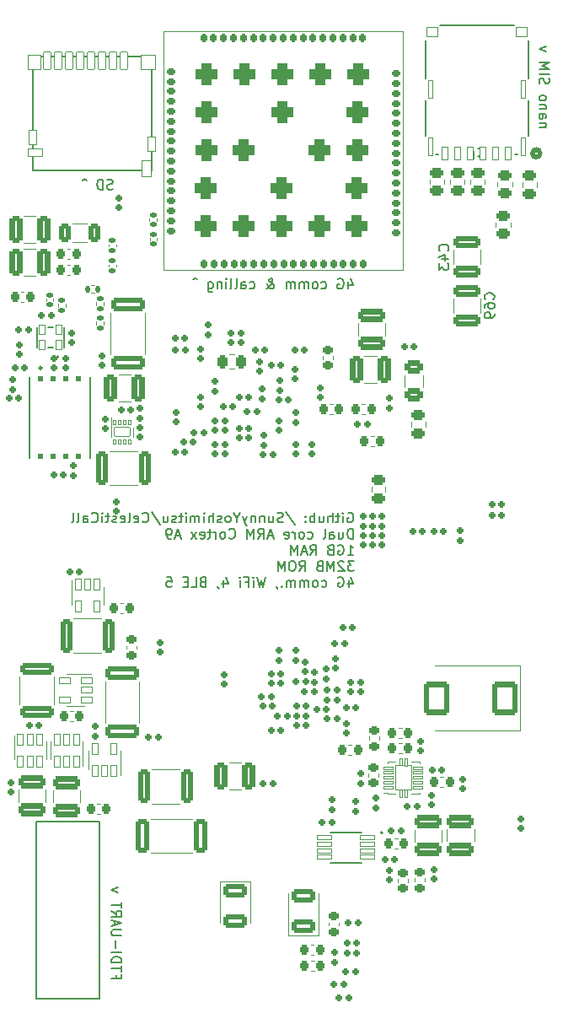
<source format=gbr>
G04 #@! TF.GenerationSoftware,KiCad,Pcbnew,7.0.1*
G04 #@! TF.CreationDate,2024-07-28T16:45:09-07:00*
G04 #@! TF.ProjectId,DFTBoard,44465442-6f61-4726-942e-6b696361645f,rev?*
G04 #@! TF.SameCoordinates,Original*
G04 #@! TF.FileFunction,Legend,Bot*
G04 #@! TF.FilePolarity,Positive*
%FSLAX46Y46*%
G04 Gerber Fmt 4.6, Leading zero omitted, Abs format (unit mm)*
G04 Created by KiCad (PCBNEW 7.0.1) date 2024-07-28 16:45:09*
%MOMM*%
%LPD*%
G01*
G04 APERTURE LIST*
G04 Aperture macros list*
%AMRoundRect*
0 Rectangle with rounded corners*
0 $1 Rounding radius*
0 $2 $3 $4 $5 $6 $7 $8 $9 X,Y pos of 4 corners*
0 Add a 4 corners polygon primitive as box body*
4,1,4,$2,$3,$4,$5,$6,$7,$8,$9,$2,$3,0*
0 Add four circle primitives for the rounded corners*
1,1,$1+$1,$2,$3*
1,1,$1+$1,$4,$5*
1,1,$1+$1,$6,$7*
1,1,$1+$1,$8,$9*
0 Add four rect primitives between the rounded corners*
20,1,$1+$1,$2,$3,$4,$5,0*
20,1,$1+$1,$4,$5,$6,$7,0*
20,1,$1+$1,$6,$7,$8,$9,0*
20,1,$1+$1,$8,$9,$2,$3,0*%
G04 Aperture macros list end*
%ADD10C,0.130000*%
%ADD11C,0.150000*%
%ADD12C,0.127000*%
%ADD13C,0.200000*%
%ADD14C,0.120000*%
%ADD15C,0.250000*%
%ADD16C,0.100000*%
%ADD17C,0.152400*%
%ADD18C,0.508000*%
%ADD19C,0.001000*%
%ADD20C,3.078000*%
%ADD21C,2.030000*%
%ADD22C,1.630000*%
%ADD23RoundRect,0.015000X0.325000X-0.425000X0.325000X0.425000X-0.325000X0.425000X-0.325000X-0.425000X0*%
%ADD24RoundRect,0.162500X0.172500X-0.147500X0.172500X0.147500X-0.172500X0.147500X-0.172500X-0.147500X0*%
%ADD25RoundRect,0.162500X-0.147500X-0.172500X0.147500X-0.172500X0.147500X0.172500X-0.147500X0.172500X0*%
%ADD26RoundRect,0.162500X0.147500X0.172500X-0.147500X0.172500X-0.147500X-0.172500X0.147500X-0.172500X0*%
%ADD27RoundRect,0.162500X-0.172500X0.147500X-0.172500X-0.147500X0.172500X-0.147500X0.172500X0.147500X0*%
%ADD28RoundRect,0.233750X0.256250X-0.218750X0.256250X0.218750X-0.256250X0.218750X-0.256250X-0.218750X0*%
%ADD29RoundRect,0.265000X1.075000X-0.375000X1.075000X0.375000X-1.075000X0.375000X-1.075000X-0.375000X0*%
%ADD30RoundRect,0.265000X0.625000X-0.375000X0.625000X0.375000X-0.625000X0.375000X-0.625000X-0.375000X0*%
%ADD31RoundRect,0.265000X-1.075000X0.375000X-1.075000X-0.375000X1.075000X-0.375000X1.075000X0.375000X0*%
%ADD32RoundRect,0.265000X-0.312500X-1.450000X0.312500X-1.450000X0.312500X1.450000X-0.312500X1.450000X0*%
%ADD33RoundRect,0.015000X0.325000X-0.530000X0.325000X0.530000X-0.325000X0.530000X-0.325000X-0.530000X0*%
%ADD34RoundRect,0.015000X0.710000X0.235000X-0.710000X0.235000X-0.710000X-0.235000X0.710000X-0.235000X0*%
%ADD35RoundRect,0.015000X-0.710000X-0.235000X0.710000X-0.235000X0.710000X0.235000X-0.710000X0.235000X0*%
%ADD36RoundRect,0.265000X-0.375000X-1.075000X0.375000X-1.075000X0.375000X1.075000X-0.375000X1.075000X0*%
%ADD37RoundRect,0.233750X0.218750X0.256250X-0.218750X0.256250X-0.218750X-0.256250X0.218750X-0.256250X0*%
%ADD38RoundRect,0.258750X0.243750X0.456250X-0.243750X0.456250X-0.243750X-0.456250X0.243750X-0.456250X0*%
%ADD39RoundRect,0.015000X-0.425000X-0.140000X0.425000X-0.140000X0.425000X0.140000X-0.425000X0.140000X0*%
%ADD40RoundRect,0.015000X-0.140000X-0.350000X0.140000X-0.350000X0.140000X0.350000X-0.140000X0.350000X0*%
%ADD41RoundRect,0.015000X-0.825000X-1.200000X0.825000X-1.200000X0.825000X1.200000X-0.825000X1.200000X0*%
%ADD42RoundRect,0.233750X-0.218750X-0.256250X0.218750X-0.256250X0.218750X0.256250X-0.218750X0.256250X0*%
%ADD43RoundRect,0.265000X-0.925000X0.412500X-0.925000X-0.412500X0.925000X-0.412500X0.925000X0.412500X0*%
%ADD44RoundRect,0.265000X0.375000X1.075000X-0.375000X1.075000X-0.375000X-1.075000X0.375000X-1.075000X0*%
%ADD45RoundRect,0.015000X-0.325000X0.530000X-0.325000X-0.530000X0.325000X-0.530000X0.325000X0.530000X0*%
%ADD46RoundRect,0.265000X0.312500X1.450000X-0.312500X1.450000X-0.312500X-1.450000X0.312500X-1.450000X0*%
%ADD47RoundRect,0.015000X-0.125000X0.250000X-0.125000X-0.250000X0.125000X-0.250000X0.125000X0.250000X0*%
%ADD48RoundRect,0.015000X-0.800000X0.450000X-0.800000X-0.450000X0.800000X-0.450000X0.800000X0.450000X0*%
%ADD49RoundRect,0.258750X0.456250X-0.243750X0.456250X0.243750X-0.456250X0.243750X-0.456250X-0.243750X0*%
%ADD50RoundRect,0.015000X-0.350000X-0.875000X0.350000X-0.875000X0.350000X0.875000X-0.350000X0.875000X0*%
%ADD51RoundRect,0.015000X-0.650000X-0.750000X0.650000X-0.750000X0.650000X0.750000X-0.650000X0.750000X0*%
%ADD52RoundRect,0.015000X-0.750000X-0.750000X0.750000X-0.750000X0.750000X0.750000X-0.750000X0.750000X0*%
%ADD53RoundRect,0.015000X-0.400000X-0.700000X0.400000X-0.700000X0.400000X0.700000X-0.400000X0.700000X0*%
%ADD54RoundRect,0.015000X-0.500000X-0.775000X0.500000X-0.775000X0.500000X0.775000X-0.500000X0.775000X0*%
%ADD55RoundRect,0.015000X-0.750000X-0.400000X0.750000X-0.400000X0.750000X0.400000X-0.750000X0.400000X0*%
%ADD56RoundRect,0.015000X-0.400000X-0.750000X0.400000X-0.750000X0.400000X0.750000X-0.400000X0.750000X0*%
%ADD57RoundRect,0.265000X0.925000X-0.412500X0.925000X0.412500X-0.925000X0.412500X-0.925000X-0.412500X0*%
%ADD58RoundRect,0.258750X-0.456250X0.243750X-0.456250X-0.243750X0.456250X-0.243750X0.456250X0.243750X0*%
%ADD59C,1.808000*%
%ADD60RoundRect,0.265000X-1.425000X0.425000X-1.425000X-0.425000X1.425000X-0.425000X1.425000X0.425000X0*%
%ADD61RoundRect,0.265000X0.425000X1.425000X-0.425000X1.425000X-0.425000X-1.425000X0.425000X-1.425000X0*%
%ADD62RoundRect,0.265000X1.425000X-0.425000X1.425000X0.425000X-1.425000X0.425000X-1.425000X-0.425000X0*%
%ADD63RoundRect,0.265000X-1.450000X0.312500X-1.450000X-0.312500X1.450000X-0.312500X1.450000X0.312500X0*%
%ADD64RoundRect,0.015000X0.530000X0.325000X-0.530000X0.325000X-0.530000X-0.325000X0.530000X-0.325000X0*%
%ADD65RoundRect,0.240000X0.000000X0.250000X0.000000X-0.250000X0.000000X-0.250000X0.000000X0.250000X0*%
%ADD66RoundRect,0.150000X-0.185000X0.135000X-0.185000X-0.135000X0.185000X-0.135000X0.185000X0.135000X0*%
%ADD67RoundRect,0.265000X1.100000X-0.325000X1.100000X0.325000X-1.100000X0.325000X-1.100000X-0.325000X0*%
%ADD68RoundRect,0.240000X0.225000X0.250000X-0.225000X0.250000X-0.225000X-0.250000X0.225000X-0.250000X0*%
%ADD69RoundRect,0.240000X-0.225000X-0.250000X0.225000X-0.250000X0.225000X0.250000X-0.225000X0.250000X0*%
%ADD70RoundRect,0.150000X0.185000X-0.135000X0.185000X0.135000X-0.185000X0.135000X-0.185000X-0.135000X0*%
%ADD71RoundRect,0.155000X-0.170000X0.140000X-0.170000X-0.140000X0.170000X-0.140000X0.170000X0.140000X0*%
%ADD72RoundRect,0.265000X-1.100000X0.325000X-1.100000X-0.325000X1.100000X-0.325000X1.100000X0.325000X0*%
%ADD73RoundRect,0.265000X0.450000X-0.262500X0.450000X0.262500X-0.450000X0.262500X-0.450000X-0.262500X0*%
%ADD74RoundRect,0.150000X0.135000X0.185000X-0.135000X0.185000X-0.135000X-0.185000X0.135000X-0.185000X0*%
%ADD75RoundRect,0.155000X0.170000X-0.140000X0.170000X0.140000X-0.170000X0.140000X-0.170000X-0.140000X0*%
%ADD76RoundRect,0.265000X-0.325000X-0.650000X0.325000X-0.650000X0.325000X0.650000X-0.325000X0.650000X0*%
%ADD77RoundRect,0.165000X-0.150000X0.250000X-0.150000X-0.250000X0.150000X-0.250000X0.150000X0.250000X0*%
%ADD78RoundRect,0.165000X0.250000X0.150000X-0.250000X0.150000X-0.250000X-0.150000X0.250000X-0.150000X0*%
%ADD79RoundRect,0.165000X0.150000X-0.250000X0.150000X0.250000X-0.150000X0.250000X-0.150000X-0.250000X0*%
%ADD80RoundRect,0.165000X-0.250000X-0.150000X0.250000X-0.150000X0.250000X0.150000X-0.250000X0.150000X0*%
%ADD81RoundRect,0.540000X-0.525000X0.525000X-0.525000X-0.525000X0.525000X-0.525000X0.525000X0.525000X0*%
%ADD82RoundRect,0.265000X1.000000X-1.400000X1.000000X1.400000X-1.000000X1.400000X-1.000000X-1.400000X0*%
%ADD83RoundRect,0.015000X-0.241300X-0.901700X0.241300X-0.901700X0.241300X0.901700X-0.241300X0.901700X0*%
%ADD84RoundRect,0.015000X-0.515000X-0.495300X0.515000X-0.495300X0.515000X0.495300X-0.515000X0.495300X0*%
%ADD85RoundRect,0.015000X-0.330200X-0.647700X0.330200X-0.647700X0.330200X0.647700X-0.330200X0.647700X0*%
%ADD86RoundRect,0.265000X-0.450000X0.262500X-0.450000X-0.262500X0.450000X-0.262500X0.450000X0.262500X0*%
G04 APERTURE END LIST*
D10*
X134788095Y-112375238D02*
X134883333Y-112327619D01*
X134883333Y-112327619D02*
X135026190Y-112327619D01*
X135026190Y-112327619D02*
X135169047Y-112375238D01*
X135169047Y-112375238D02*
X135264285Y-112470476D01*
X135264285Y-112470476D02*
X135311904Y-112565714D01*
X135311904Y-112565714D02*
X135359523Y-112756190D01*
X135359523Y-112756190D02*
X135359523Y-112899047D01*
X135359523Y-112899047D02*
X135311904Y-113089523D01*
X135311904Y-113089523D02*
X135264285Y-113184761D01*
X135264285Y-113184761D02*
X135169047Y-113280000D01*
X135169047Y-113280000D02*
X135026190Y-113327619D01*
X135026190Y-113327619D02*
X134930952Y-113327619D01*
X134930952Y-113327619D02*
X134788095Y-113280000D01*
X134788095Y-113280000D02*
X134740476Y-113232380D01*
X134740476Y-113232380D02*
X134740476Y-112899047D01*
X134740476Y-112899047D02*
X134930952Y-112899047D01*
X134311904Y-113327619D02*
X134311904Y-112660952D01*
X134311904Y-112327619D02*
X134359523Y-112375238D01*
X134359523Y-112375238D02*
X134311904Y-112422857D01*
X134311904Y-112422857D02*
X134264285Y-112375238D01*
X134264285Y-112375238D02*
X134311904Y-112327619D01*
X134311904Y-112327619D02*
X134311904Y-112422857D01*
X133978571Y-112660952D02*
X133597619Y-112660952D01*
X133835714Y-112327619D02*
X133835714Y-113184761D01*
X133835714Y-113184761D02*
X133788095Y-113280000D01*
X133788095Y-113280000D02*
X133692857Y-113327619D01*
X133692857Y-113327619D02*
X133597619Y-113327619D01*
X133264285Y-113327619D02*
X133264285Y-112327619D01*
X132835714Y-113327619D02*
X132835714Y-112803809D01*
X132835714Y-112803809D02*
X132883333Y-112708571D01*
X132883333Y-112708571D02*
X132978571Y-112660952D01*
X132978571Y-112660952D02*
X133121428Y-112660952D01*
X133121428Y-112660952D02*
X133216666Y-112708571D01*
X133216666Y-112708571D02*
X133264285Y-112756190D01*
X131930952Y-112660952D02*
X131930952Y-113327619D01*
X132359523Y-112660952D02*
X132359523Y-113184761D01*
X132359523Y-113184761D02*
X132311904Y-113280000D01*
X132311904Y-113280000D02*
X132216666Y-113327619D01*
X132216666Y-113327619D02*
X132073809Y-113327619D01*
X132073809Y-113327619D02*
X131978571Y-113280000D01*
X131978571Y-113280000D02*
X131930952Y-113232380D01*
X131454761Y-113327619D02*
X131454761Y-112327619D01*
X131454761Y-112708571D02*
X131359523Y-112660952D01*
X131359523Y-112660952D02*
X131169047Y-112660952D01*
X131169047Y-112660952D02*
X131073809Y-112708571D01*
X131073809Y-112708571D02*
X131026190Y-112756190D01*
X131026190Y-112756190D02*
X130978571Y-112851428D01*
X130978571Y-112851428D02*
X130978571Y-113137142D01*
X130978571Y-113137142D02*
X131026190Y-113232380D01*
X131026190Y-113232380D02*
X131073809Y-113280000D01*
X131073809Y-113280000D02*
X131169047Y-113327619D01*
X131169047Y-113327619D02*
X131359523Y-113327619D01*
X131359523Y-113327619D02*
X131454761Y-113280000D01*
X130549999Y-113232380D02*
X130502380Y-113280000D01*
X130502380Y-113280000D02*
X130549999Y-113327619D01*
X130549999Y-113327619D02*
X130597618Y-113280000D01*
X130597618Y-113280000D02*
X130549999Y-113232380D01*
X130549999Y-113232380D02*
X130549999Y-113327619D01*
X130549999Y-112708571D02*
X130502380Y-112756190D01*
X130502380Y-112756190D02*
X130549999Y-112803809D01*
X130549999Y-112803809D02*
X130597618Y-112756190D01*
X130597618Y-112756190D02*
X130549999Y-112708571D01*
X130549999Y-112708571D02*
X130549999Y-112803809D01*
X128597619Y-112280000D02*
X129454761Y-113565714D01*
X128311904Y-113280000D02*
X128169047Y-113327619D01*
X128169047Y-113327619D02*
X127930952Y-113327619D01*
X127930952Y-113327619D02*
X127835714Y-113280000D01*
X127835714Y-113280000D02*
X127788095Y-113232380D01*
X127788095Y-113232380D02*
X127740476Y-113137142D01*
X127740476Y-113137142D02*
X127740476Y-113041904D01*
X127740476Y-113041904D02*
X127788095Y-112946666D01*
X127788095Y-112946666D02*
X127835714Y-112899047D01*
X127835714Y-112899047D02*
X127930952Y-112851428D01*
X127930952Y-112851428D02*
X128121428Y-112803809D01*
X128121428Y-112803809D02*
X128216666Y-112756190D01*
X128216666Y-112756190D02*
X128264285Y-112708571D01*
X128264285Y-112708571D02*
X128311904Y-112613333D01*
X128311904Y-112613333D02*
X128311904Y-112518095D01*
X128311904Y-112518095D02*
X128264285Y-112422857D01*
X128264285Y-112422857D02*
X128216666Y-112375238D01*
X128216666Y-112375238D02*
X128121428Y-112327619D01*
X128121428Y-112327619D02*
X127883333Y-112327619D01*
X127883333Y-112327619D02*
X127740476Y-112375238D01*
X126883333Y-112660952D02*
X126883333Y-113327619D01*
X127311904Y-112660952D02*
X127311904Y-113184761D01*
X127311904Y-113184761D02*
X127264285Y-113280000D01*
X127264285Y-113280000D02*
X127169047Y-113327619D01*
X127169047Y-113327619D02*
X127026190Y-113327619D01*
X127026190Y-113327619D02*
X126930952Y-113280000D01*
X126930952Y-113280000D02*
X126883333Y-113232380D01*
X126407142Y-112660952D02*
X126407142Y-113327619D01*
X126407142Y-112756190D02*
X126359523Y-112708571D01*
X126359523Y-112708571D02*
X126264285Y-112660952D01*
X126264285Y-112660952D02*
X126121428Y-112660952D01*
X126121428Y-112660952D02*
X126026190Y-112708571D01*
X126026190Y-112708571D02*
X125978571Y-112803809D01*
X125978571Y-112803809D02*
X125978571Y-113327619D01*
X125502380Y-112660952D02*
X125502380Y-113327619D01*
X125502380Y-112756190D02*
X125454761Y-112708571D01*
X125454761Y-112708571D02*
X125359523Y-112660952D01*
X125359523Y-112660952D02*
X125216666Y-112660952D01*
X125216666Y-112660952D02*
X125121428Y-112708571D01*
X125121428Y-112708571D02*
X125073809Y-112803809D01*
X125073809Y-112803809D02*
X125073809Y-113327619D01*
X124692856Y-112660952D02*
X124454761Y-113327619D01*
X124216666Y-112660952D02*
X124454761Y-113327619D01*
X124454761Y-113327619D02*
X124549999Y-113565714D01*
X124549999Y-113565714D02*
X124597618Y-113613333D01*
X124597618Y-113613333D02*
X124692856Y-113660952D01*
X123645237Y-112851428D02*
X123645237Y-113327619D01*
X123978570Y-112327619D02*
X123645237Y-112851428D01*
X123645237Y-112851428D02*
X123311904Y-112327619D01*
X122835713Y-113327619D02*
X122930951Y-113280000D01*
X122930951Y-113280000D02*
X122978570Y-113232380D01*
X122978570Y-113232380D02*
X123026189Y-113137142D01*
X123026189Y-113137142D02*
X123026189Y-112851428D01*
X123026189Y-112851428D02*
X122978570Y-112756190D01*
X122978570Y-112756190D02*
X122930951Y-112708571D01*
X122930951Y-112708571D02*
X122835713Y-112660952D01*
X122835713Y-112660952D02*
X122692856Y-112660952D01*
X122692856Y-112660952D02*
X122597618Y-112708571D01*
X122597618Y-112708571D02*
X122549999Y-112756190D01*
X122549999Y-112756190D02*
X122502380Y-112851428D01*
X122502380Y-112851428D02*
X122502380Y-113137142D01*
X122502380Y-113137142D02*
X122549999Y-113232380D01*
X122549999Y-113232380D02*
X122597618Y-113280000D01*
X122597618Y-113280000D02*
X122692856Y-113327619D01*
X122692856Y-113327619D02*
X122835713Y-113327619D01*
X122121427Y-113280000D02*
X122026189Y-113327619D01*
X122026189Y-113327619D02*
X121835713Y-113327619D01*
X121835713Y-113327619D02*
X121740475Y-113280000D01*
X121740475Y-113280000D02*
X121692856Y-113184761D01*
X121692856Y-113184761D02*
X121692856Y-113137142D01*
X121692856Y-113137142D02*
X121740475Y-113041904D01*
X121740475Y-113041904D02*
X121835713Y-112994285D01*
X121835713Y-112994285D02*
X121978570Y-112994285D01*
X121978570Y-112994285D02*
X122073808Y-112946666D01*
X122073808Y-112946666D02*
X122121427Y-112851428D01*
X122121427Y-112851428D02*
X122121427Y-112803809D01*
X122121427Y-112803809D02*
X122073808Y-112708571D01*
X122073808Y-112708571D02*
X121978570Y-112660952D01*
X121978570Y-112660952D02*
X121835713Y-112660952D01*
X121835713Y-112660952D02*
X121740475Y-112708571D01*
X121264284Y-113327619D02*
X121264284Y-112327619D01*
X120835713Y-113327619D02*
X120835713Y-112803809D01*
X120835713Y-112803809D02*
X120883332Y-112708571D01*
X120883332Y-112708571D02*
X120978570Y-112660952D01*
X120978570Y-112660952D02*
X121121427Y-112660952D01*
X121121427Y-112660952D02*
X121216665Y-112708571D01*
X121216665Y-112708571D02*
X121264284Y-112756190D01*
X120359522Y-113327619D02*
X120359522Y-112660952D01*
X120359522Y-112327619D02*
X120407141Y-112375238D01*
X120407141Y-112375238D02*
X120359522Y-112422857D01*
X120359522Y-112422857D02*
X120311903Y-112375238D01*
X120311903Y-112375238D02*
X120359522Y-112327619D01*
X120359522Y-112327619D02*
X120359522Y-112422857D01*
X119883332Y-113327619D02*
X119883332Y-112660952D01*
X119883332Y-112756190D02*
X119835713Y-112708571D01*
X119835713Y-112708571D02*
X119740475Y-112660952D01*
X119740475Y-112660952D02*
X119597618Y-112660952D01*
X119597618Y-112660952D02*
X119502380Y-112708571D01*
X119502380Y-112708571D02*
X119454761Y-112803809D01*
X119454761Y-112803809D02*
X119454761Y-113327619D01*
X119454761Y-112803809D02*
X119407142Y-112708571D01*
X119407142Y-112708571D02*
X119311904Y-112660952D01*
X119311904Y-112660952D02*
X119169047Y-112660952D01*
X119169047Y-112660952D02*
X119073808Y-112708571D01*
X119073808Y-112708571D02*
X119026189Y-112803809D01*
X119026189Y-112803809D02*
X119026189Y-113327619D01*
X118549999Y-113327619D02*
X118549999Y-112660952D01*
X118549999Y-112327619D02*
X118597618Y-112375238D01*
X118597618Y-112375238D02*
X118549999Y-112422857D01*
X118549999Y-112422857D02*
X118502380Y-112375238D01*
X118502380Y-112375238D02*
X118549999Y-112327619D01*
X118549999Y-112327619D02*
X118549999Y-112422857D01*
X118216666Y-112660952D02*
X117835714Y-112660952D01*
X118073809Y-112327619D02*
X118073809Y-113184761D01*
X118073809Y-113184761D02*
X118026190Y-113280000D01*
X118026190Y-113280000D02*
X117930952Y-113327619D01*
X117930952Y-113327619D02*
X117835714Y-113327619D01*
X117549999Y-113280000D02*
X117454761Y-113327619D01*
X117454761Y-113327619D02*
X117264285Y-113327619D01*
X117264285Y-113327619D02*
X117169047Y-113280000D01*
X117169047Y-113280000D02*
X117121428Y-113184761D01*
X117121428Y-113184761D02*
X117121428Y-113137142D01*
X117121428Y-113137142D02*
X117169047Y-113041904D01*
X117169047Y-113041904D02*
X117264285Y-112994285D01*
X117264285Y-112994285D02*
X117407142Y-112994285D01*
X117407142Y-112994285D02*
X117502380Y-112946666D01*
X117502380Y-112946666D02*
X117549999Y-112851428D01*
X117549999Y-112851428D02*
X117549999Y-112803809D01*
X117549999Y-112803809D02*
X117502380Y-112708571D01*
X117502380Y-112708571D02*
X117407142Y-112660952D01*
X117407142Y-112660952D02*
X117264285Y-112660952D01*
X117264285Y-112660952D02*
X117169047Y-112708571D01*
X116264285Y-112660952D02*
X116264285Y-113327619D01*
X116692856Y-112660952D02*
X116692856Y-113184761D01*
X116692856Y-113184761D02*
X116645237Y-113280000D01*
X116645237Y-113280000D02*
X116549999Y-113327619D01*
X116549999Y-113327619D02*
X116407142Y-113327619D01*
X116407142Y-113327619D02*
X116311904Y-113280000D01*
X116311904Y-113280000D02*
X116264285Y-113232380D01*
X115073809Y-112280000D02*
X115930951Y-113565714D01*
X114169047Y-113232380D02*
X114216666Y-113280000D01*
X114216666Y-113280000D02*
X114359523Y-113327619D01*
X114359523Y-113327619D02*
X114454761Y-113327619D01*
X114454761Y-113327619D02*
X114597618Y-113280000D01*
X114597618Y-113280000D02*
X114692856Y-113184761D01*
X114692856Y-113184761D02*
X114740475Y-113089523D01*
X114740475Y-113089523D02*
X114788094Y-112899047D01*
X114788094Y-112899047D02*
X114788094Y-112756190D01*
X114788094Y-112756190D02*
X114740475Y-112565714D01*
X114740475Y-112565714D02*
X114692856Y-112470476D01*
X114692856Y-112470476D02*
X114597618Y-112375238D01*
X114597618Y-112375238D02*
X114454761Y-112327619D01*
X114454761Y-112327619D02*
X114359523Y-112327619D01*
X114359523Y-112327619D02*
X114216666Y-112375238D01*
X114216666Y-112375238D02*
X114169047Y-112422857D01*
X113359523Y-113280000D02*
X113454761Y-113327619D01*
X113454761Y-113327619D02*
X113645237Y-113327619D01*
X113645237Y-113327619D02*
X113740475Y-113280000D01*
X113740475Y-113280000D02*
X113788094Y-113184761D01*
X113788094Y-113184761D02*
X113788094Y-112803809D01*
X113788094Y-112803809D02*
X113740475Y-112708571D01*
X113740475Y-112708571D02*
X113645237Y-112660952D01*
X113645237Y-112660952D02*
X113454761Y-112660952D01*
X113454761Y-112660952D02*
X113359523Y-112708571D01*
X113359523Y-112708571D02*
X113311904Y-112803809D01*
X113311904Y-112803809D02*
X113311904Y-112899047D01*
X113311904Y-112899047D02*
X113788094Y-112994285D01*
X112740475Y-113327619D02*
X112835713Y-113280000D01*
X112835713Y-113280000D02*
X112883332Y-113184761D01*
X112883332Y-113184761D02*
X112883332Y-112327619D01*
X111978570Y-113280000D02*
X112073808Y-113327619D01*
X112073808Y-113327619D02*
X112264284Y-113327619D01*
X112264284Y-113327619D02*
X112359522Y-113280000D01*
X112359522Y-113280000D02*
X112407141Y-113184761D01*
X112407141Y-113184761D02*
X112407141Y-112803809D01*
X112407141Y-112803809D02*
X112359522Y-112708571D01*
X112359522Y-112708571D02*
X112264284Y-112660952D01*
X112264284Y-112660952D02*
X112073808Y-112660952D01*
X112073808Y-112660952D02*
X111978570Y-112708571D01*
X111978570Y-112708571D02*
X111930951Y-112803809D01*
X111930951Y-112803809D02*
X111930951Y-112899047D01*
X111930951Y-112899047D02*
X112407141Y-112994285D01*
X111549998Y-113280000D02*
X111454760Y-113327619D01*
X111454760Y-113327619D02*
X111264284Y-113327619D01*
X111264284Y-113327619D02*
X111169046Y-113280000D01*
X111169046Y-113280000D02*
X111121427Y-113184761D01*
X111121427Y-113184761D02*
X111121427Y-113137142D01*
X111121427Y-113137142D02*
X111169046Y-113041904D01*
X111169046Y-113041904D02*
X111264284Y-112994285D01*
X111264284Y-112994285D02*
X111407141Y-112994285D01*
X111407141Y-112994285D02*
X111502379Y-112946666D01*
X111502379Y-112946666D02*
X111549998Y-112851428D01*
X111549998Y-112851428D02*
X111549998Y-112803809D01*
X111549998Y-112803809D02*
X111502379Y-112708571D01*
X111502379Y-112708571D02*
X111407141Y-112660952D01*
X111407141Y-112660952D02*
X111264284Y-112660952D01*
X111264284Y-112660952D02*
X111169046Y-112708571D01*
X110835712Y-112660952D02*
X110454760Y-112660952D01*
X110692855Y-112327619D02*
X110692855Y-113184761D01*
X110692855Y-113184761D02*
X110645236Y-113280000D01*
X110645236Y-113280000D02*
X110549998Y-113327619D01*
X110549998Y-113327619D02*
X110454760Y-113327619D01*
X110121426Y-113327619D02*
X110121426Y-112660952D01*
X110121426Y-112327619D02*
X110169045Y-112375238D01*
X110169045Y-112375238D02*
X110121426Y-112422857D01*
X110121426Y-112422857D02*
X110073807Y-112375238D01*
X110073807Y-112375238D02*
X110121426Y-112327619D01*
X110121426Y-112327619D02*
X110121426Y-112422857D01*
X109073808Y-113232380D02*
X109121427Y-113280000D01*
X109121427Y-113280000D02*
X109264284Y-113327619D01*
X109264284Y-113327619D02*
X109359522Y-113327619D01*
X109359522Y-113327619D02*
X109502379Y-113280000D01*
X109502379Y-113280000D02*
X109597617Y-113184761D01*
X109597617Y-113184761D02*
X109645236Y-113089523D01*
X109645236Y-113089523D02*
X109692855Y-112899047D01*
X109692855Y-112899047D02*
X109692855Y-112756190D01*
X109692855Y-112756190D02*
X109645236Y-112565714D01*
X109645236Y-112565714D02*
X109597617Y-112470476D01*
X109597617Y-112470476D02*
X109502379Y-112375238D01*
X109502379Y-112375238D02*
X109359522Y-112327619D01*
X109359522Y-112327619D02*
X109264284Y-112327619D01*
X109264284Y-112327619D02*
X109121427Y-112375238D01*
X109121427Y-112375238D02*
X109073808Y-112422857D01*
X108216665Y-113327619D02*
X108216665Y-112803809D01*
X108216665Y-112803809D02*
X108264284Y-112708571D01*
X108264284Y-112708571D02*
X108359522Y-112660952D01*
X108359522Y-112660952D02*
X108549998Y-112660952D01*
X108549998Y-112660952D02*
X108645236Y-112708571D01*
X108216665Y-113280000D02*
X108311903Y-113327619D01*
X108311903Y-113327619D02*
X108549998Y-113327619D01*
X108549998Y-113327619D02*
X108645236Y-113280000D01*
X108645236Y-113280000D02*
X108692855Y-113184761D01*
X108692855Y-113184761D02*
X108692855Y-113089523D01*
X108692855Y-113089523D02*
X108645236Y-112994285D01*
X108645236Y-112994285D02*
X108549998Y-112946666D01*
X108549998Y-112946666D02*
X108311903Y-112946666D01*
X108311903Y-112946666D02*
X108216665Y-112899047D01*
X107597617Y-113327619D02*
X107692855Y-113280000D01*
X107692855Y-113280000D02*
X107740474Y-113184761D01*
X107740474Y-113184761D02*
X107740474Y-112327619D01*
X107073807Y-113327619D02*
X107169045Y-113280000D01*
X107169045Y-113280000D02*
X107216664Y-113184761D01*
X107216664Y-113184761D02*
X107216664Y-112327619D01*
X135311904Y-114947619D02*
X135311904Y-113947619D01*
X135311904Y-113947619D02*
X135073809Y-113947619D01*
X135073809Y-113947619D02*
X134930952Y-113995238D01*
X134930952Y-113995238D02*
X134835714Y-114090476D01*
X134835714Y-114090476D02*
X134788095Y-114185714D01*
X134788095Y-114185714D02*
X134740476Y-114376190D01*
X134740476Y-114376190D02*
X134740476Y-114519047D01*
X134740476Y-114519047D02*
X134788095Y-114709523D01*
X134788095Y-114709523D02*
X134835714Y-114804761D01*
X134835714Y-114804761D02*
X134930952Y-114900000D01*
X134930952Y-114900000D02*
X135073809Y-114947619D01*
X135073809Y-114947619D02*
X135311904Y-114947619D01*
X133883333Y-114280952D02*
X133883333Y-114947619D01*
X134311904Y-114280952D02*
X134311904Y-114804761D01*
X134311904Y-114804761D02*
X134264285Y-114900000D01*
X134264285Y-114900000D02*
X134169047Y-114947619D01*
X134169047Y-114947619D02*
X134026190Y-114947619D01*
X134026190Y-114947619D02*
X133930952Y-114900000D01*
X133930952Y-114900000D02*
X133883333Y-114852380D01*
X132978571Y-114947619D02*
X132978571Y-114423809D01*
X132978571Y-114423809D02*
X133026190Y-114328571D01*
X133026190Y-114328571D02*
X133121428Y-114280952D01*
X133121428Y-114280952D02*
X133311904Y-114280952D01*
X133311904Y-114280952D02*
X133407142Y-114328571D01*
X132978571Y-114900000D02*
X133073809Y-114947619D01*
X133073809Y-114947619D02*
X133311904Y-114947619D01*
X133311904Y-114947619D02*
X133407142Y-114900000D01*
X133407142Y-114900000D02*
X133454761Y-114804761D01*
X133454761Y-114804761D02*
X133454761Y-114709523D01*
X133454761Y-114709523D02*
X133407142Y-114614285D01*
X133407142Y-114614285D02*
X133311904Y-114566666D01*
X133311904Y-114566666D02*
X133073809Y-114566666D01*
X133073809Y-114566666D02*
X132978571Y-114519047D01*
X132359523Y-114947619D02*
X132454761Y-114900000D01*
X132454761Y-114900000D02*
X132502380Y-114804761D01*
X132502380Y-114804761D02*
X132502380Y-113947619D01*
X130788094Y-114900000D02*
X130883332Y-114947619D01*
X130883332Y-114947619D02*
X131073808Y-114947619D01*
X131073808Y-114947619D02*
X131169046Y-114900000D01*
X131169046Y-114900000D02*
X131216665Y-114852380D01*
X131216665Y-114852380D02*
X131264284Y-114757142D01*
X131264284Y-114757142D02*
X131264284Y-114471428D01*
X131264284Y-114471428D02*
X131216665Y-114376190D01*
X131216665Y-114376190D02*
X131169046Y-114328571D01*
X131169046Y-114328571D02*
X131073808Y-114280952D01*
X131073808Y-114280952D02*
X130883332Y-114280952D01*
X130883332Y-114280952D02*
X130788094Y-114328571D01*
X130216665Y-114947619D02*
X130311903Y-114900000D01*
X130311903Y-114900000D02*
X130359522Y-114852380D01*
X130359522Y-114852380D02*
X130407141Y-114757142D01*
X130407141Y-114757142D02*
X130407141Y-114471428D01*
X130407141Y-114471428D02*
X130359522Y-114376190D01*
X130359522Y-114376190D02*
X130311903Y-114328571D01*
X130311903Y-114328571D02*
X130216665Y-114280952D01*
X130216665Y-114280952D02*
X130073808Y-114280952D01*
X130073808Y-114280952D02*
X129978570Y-114328571D01*
X129978570Y-114328571D02*
X129930951Y-114376190D01*
X129930951Y-114376190D02*
X129883332Y-114471428D01*
X129883332Y-114471428D02*
X129883332Y-114757142D01*
X129883332Y-114757142D02*
X129930951Y-114852380D01*
X129930951Y-114852380D02*
X129978570Y-114900000D01*
X129978570Y-114900000D02*
X130073808Y-114947619D01*
X130073808Y-114947619D02*
X130216665Y-114947619D01*
X129454760Y-114947619D02*
X129454760Y-114280952D01*
X129454760Y-114471428D02*
X129407141Y-114376190D01*
X129407141Y-114376190D02*
X129359522Y-114328571D01*
X129359522Y-114328571D02*
X129264284Y-114280952D01*
X129264284Y-114280952D02*
X129169046Y-114280952D01*
X128454760Y-114900000D02*
X128549998Y-114947619D01*
X128549998Y-114947619D02*
X128740474Y-114947619D01*
X128740474Y-114947619D02*
X128835712Y-114900000D01*
X128835712Y-114900000D02*
X128883331Y-114804761D01*
X128883331Y-114804761D02*
X128883331Y-114423809D01*
X128883331Y-114423809D02*
X128835712Y-114328571D01*
X128835712Y-114328571D02*
X128740474Y-114280952D01*
X128740474Y-114280952D02*
X128549998Y-114280952D01*
X128549998Y-114280952D02*
X128454760Y-114328571D01*
X128454760Y-114328571D02*
X128407141Y-114423809D01*
X128407141Y-114423809D02*
X128407141Y-114519047D01*
X128407141Y-114519047D02*
X128883331Y-114614285D01*
X127264283Y-114661904D02*
X126788093Y-114661904D01*
X127359521Y-114947619D02*
X127026188Y-113947619D01*
X127026188Y-113947619D02*
X126692855Y-114947619D01*
X125788093Y-114947619D02*
X126121426Y-114471428D01*
X126359521Y-114947619D02*
X126359521Y-113947619D01*
X126359521Y-113947619D02*
X125978569Y-113947619D01*
X125978569Y-113947619D02*
X125883331Y-113995238D01*
X125883331Y-113995238D02*
X125835712Y-114042857D01*
X125835712Y-114042857D02*
X125788093Y-114138095D01*
X125788093Y-114138095D02*
X125788093Y-114280952D01*
X125788093Y-114280952D02*
X125835712Y-114376190D01*
X125835712Y-114376190D02*
X125883331Y-114423809D01*
X125883331Y-114423809D02*
X125978569Y-114471428D01*
X125978569Y-114471428D02*
X126359521Y-114471428D01*
X125359521Y-114947619D02*
X125359521Y-113947619D01*
X125359521Y-113947619D02*
X125026188Y-114661904D01*
X125026188Y-114661904D02*
X124692855Y-113947619D01*
X124692855Y-113947619D02*
X124692855Y-114947619D01*
X122883331Y-114852380D02*
X122930950Y-114900000D01*
X122930950Y-114900000D02*
X123073807Y-114947619D01*
X123073807Y-114947619D02*
X123169045Y-114947619D01*
X123169045Y-114947619D02*
X123311902Y-114900000D01*
X123311902Y-114900000D02*
X123407140Y-114804761D01*
X123407140Y-114804761D02*
X123454759Y-114709523D01*
X123454759Y-114709523D02*
X123502378Y-114519047D01*
X123502378Y-114519047D02*
X123502378Y-114376190D01*
X123502378Y-114376190D02*
X123454759Y-114185714D01*
X123454759Y-114185714D02*
X123407140Y-114090476D01*
X123407140Y-114090476D02*
X123311902Y-113995238D01*
X123311902Y-113995238D02*
X123169045Y-113947619D01*
X123169045Y-113947619D02*
X123073807Y-113947619D01*
X123073807Y-113947619D02*
X122930950Y-113995238D01*
X122930950Y-113995238D02*
X122883331Y-114042857D01*
X122311902Y-114947619D02*
X122407140Y-114900000D01*
X122407140Y-114900000D02*
X122454759Y-114852380D01*
X122454759Y-114852380D02*
X122502378Y-114757142D01*
X122502378Y-114757142D02*
X122502378Y-114471428D01*
X122502378Y-114471428D02*
X122454759Y-114376190D01*
X122454759Y-114376190D02*
X122407140Y-114328571D01*
X122407140Y-114328571D02*
X122311902Y-114280952D01*
X122311902Y-114280952D02*
X122169045Y-114280952D01*
X122169045Y-114280952D02*
X122073807Y-114328571D01*
X122073807Y-114328571D02*
X122026188Y-114376190D01*
X122026188Y-114376190D02*
X121978569Y-114471428D01*
X121978569Y-114471428D02*
X121978569Y-114757142D01*
X121978569Y-114757142D02*
X122026188Y-114852380D01*
X122026188Y-114852380D02*
X122073807Y-114900000D01*
X122073807Y-114900000D02*
X122169045Y-114947619D01*
X122169045Y-114947619D02*
X122311902Y-114947619D01*
X121549997Y-114947619D02*
X121549997Y-114280952D01*
X121549997Y-114471428D02*
X121502378Y-114376190D01*
X121502378Y-114376190D02*
X121454759Y-114328571D01*
X121454759Y-114328571D02*
X121359521Y-114280952D01*
X121359521Y-114280952D02*
X121264283Y-114280952D01*
X121073806Y-114280952D02*
X120692854Y-114280952D01*
X120930949Y-113947619D02*
X120930949Y-114804761D01*
X120930949Y-114804761D02*
X120883330Y-114900000D01*
X120883330Y-114900000D02*
X120788092Y-114947619D01*
X120788092Y-114947619D02*
X120692854Y-114947619D01*
X119978568Y-114900000D02*
X120073806Y-114947619D01*
X120073806Y-114947619D02*
X120264282Y-114947619D01*
X120264282Y-114947619D02*
X120359520Y-114900000D01*
X120359520Y-114900000D02*
X120407139Y-114804761D01*
X120407139Y-114804761D02*
X120407139Y-114423809D01*
X120407139Y-114423809D02*
X120359520Y-114328571D01*
X120359520Y-114328571D02*
X120264282Y-114280952D01*
X120264282Y-114280952D02*
X120073806Y-114280952D01*
X120073806Y-114280952D02*
X119978568Y-114328571D01*
X119978568Y-114328571D02*
X119930949Y-114423809D01*
X119930949Y-114423809D02*
X119930949Y-114519047D01*
X119930949Y-114519047D02*
X120407139Y-114614285D01*
X119597615Y-114947619D02*
X119073806Y-114280952D01*
X119597615Y-114280952D02*
X119073806Y-114947619D01*
X117978567Y-114661904D02*
X117502377Y-114661904D01*
X118073805Y-114947619D02*
X117740472Y-113947619D01*
X117740472Y-113947619D02*
X117407139Y-114947619D01*
X117026186Y-114947619D02*
X116835710Y-114947619D01*
X116835710Y-114947619D02*
X116740472Y-114900000D01*
X116740472Y-114900000D02*
X116692853Y-114852380D01*
X116692853Y-114852380D02*
X116597615Y-114709523D01*
X116597615Y-114709523D02*
X116549996Y-114519047D01*
X116549996Y-114519047D02*
X116549996Y-114138095D01*
X116549996Y-114138095D02*
X116597615Y-114042857D01*
X116597615Y-114042857D02*
X116645234Y-113995238D01*
X116645234Y-113995238D02*
X116740472Y-113947619D01*
X116740472Y-113947619D02*
X116930948Y-113947619D01*
X116930948Y-113947619D02*
X117026186Y-113995238D01*
X117026186Y-113995238D02*
X117073805Y-114042857D01*
X117073805Y-114042857D02*
X117121424Y-114138095D01*
X117121424Y-114138095D02*
X117121424Y-114376190D01*
X117121424Y-114376190D02*
X117073805Y-114471428D01*
X117073805Y-114471428D02*
X117026186Y-114519047D01*
X117026186Y-114519047D02*
X116930948Y-114566666D01*
X116930948Y-114566666D02*
X116740472Y-114566666D01*
X116740472Y-114566666D02*
X116645234Y-114519047D01*
X116645234Y-114519047D02*
X116597615Y-114471428D01*
X116597615Y-114471428D02*
X116549996Y-114376190D01*
X134788095Y-116567619D02*
X135359523Y-116567619D01*
X135073809Y-116567619D02*
X135073809Y-115567619D01*
X135073809Y-115567619D02*
X135169047Y-115710476D01*
X135169047Y-115710476D02*
X135264285Y-115805714D01*
X135264285Y-115805714D02*
X135359523Y-115853333D01*
X133835714Y-115615238D02*
X133930952Y-115567619D01*
X133930952Y-115567619D02*
X134073809Y-115567619D01*
X134073809Y-115567619D02*
X134216666Y-115615238D01*
X134216666Y-115615238D02*
X134311904Y-115710476D01*
X134311904Y-115710476D02*
X134359523Y-115805714D01*
X134359523Y-115805714D02*
X134407142Y-115996190D01*
X134407142Y-115996190D02*
X134407142Y-116139047D01*
X134407142Y-116139047D02*
X134359523Y-116329523D01*
X134359523Y-116329523D02*
X134311904Y-116424761D01*
X134311904Y-116424761D02*
X134216666Y-116520000D01*
X134216666Y-116520000D02*
X134073809Y-116567619D01*
X134073809Y-116567619D02*
X133978571Y-116567619D01*
X133978571Y-116567619D02*
X133835714Y-116520000D01*
X133835714Y-116520000D02*
X133788095Y-116472380D01*
X133788095Y-116472380D02*
X133788095Y-116139047D01*
X133788095Y-116139047D02*
X133978571Y-116139047D01*
X133026190Y-116043809D02*
X132883333Y-116091428D01*
X132883333Y-116091428D02*
X132835714Y-116139047D01*
X132835714Y-116139047D02*
X132788095Y-116234285D01*
X132788095Y-116234285D02*
X132788095Y-116377142D01*
X132788095Y-116377142D02*
X132835714Y-116472380D01*
X132835714Y-116472380D02*
X132883333Y-116520000D01*
X132883333Y-116520000D02*
X132978571Y-116567619D01*
X132978571Y-116567619D02*
X133359523Y-116567619D01*
X133359523Y-116567619D02*
X133359523Y-115567619D01*
X133359523Y-115567619D02*
X133026190Y-115567619D01*
X133026190Y-115567619D02*
X132930952Y-115615238D01*
X132930952Y-115615238D02*
X132883333Y-115662857D01*
X132883333Y-115662857D02*
X132835714Y-115758095D01*
X132835714Y-115758095D02*
X132835714Y-115853333D01*
X132835714Y-115853333D02*
X132883333Y-115948571D01*
X132883333Y-115948571D02*
X132930952Y-115996190D01*
X132930952Y-115996190D02*
X133026190Y-116043809D01*
X133026190Y-116043809D02*
X133359523Y-116043809D01*
X131026190Y-116567619D02*
X131359523Y-116091428D01*
X131597618Y-116567619D02*
X131597618Y-115567619D01*
X131597618Y-115567619D02*
X131216666Y-115567619D01*
X131216666Y-115567619D02*
X131121428Y-115615238D01*
X131121428Y-115615238D02*
X131073809Y-115662857D01*
X131073809Y-115662857D02*
X131026190Y-115758095D01*
X131026190Y-115758095D02*
X131026190Y-115900952D01*
X131026190Y-115900952D02*
X131073809Y-115996190D01*
X131073809Y-115996190D02*
X131121428Y-116043809D01*
X131121428Y-116043809D02*
X131216666Y-116091428D01*
X131216666Y-116091428D02*
X131597618Y-116091428D01*
X130645237Y-116281904D02*
X130169047Y-116281904D01*
X130740475Y-116567619D02*
X130407142Y-115567619D01*
X130407142Y-115567619D02*
X130073809Y-116567619D01*
X129740475Y-116567619D02*
X129740475Y-115567619D01*
X129740475Y-115567619D02*
X129407142Y-116281904D01*
X129407142Y-116281904D02*
X129073809Y-115567619D01*
X129073809Y-115567619D02*
X129073809Y-116567619D01*
X135407142Y-117187619D02*
X134788095Y-117187619D01*
X134788095Y-117187619D02*
X135121428Y-117568571D01*
X135121428Y-117568571D02*
X134978571Y-117568571D01*
X134978571Y-117568571D02*
X134883333Y-117616190D01*
X134883333Y-117616190D02*
X134835714Y-117663809D01*
X134835714Y-117663809D02*
X134788095Y-117759047D01*
X134788095Y-117759047D02*
X134788095Y-117997142D01*
X134788095Y-117997142D02*
X134835714Y-118092380D01*
X134835714Y-118092380D02*
X134883333Y-118140000D01*
X134883333Y-118140000D02*
X134978571Y-118187619D01*
X134978571Y-118187619D02*
X135264285Y-118187619D01*
X135264285Y-118187619D02*
X135359523Y-118140000D01*
X135359523Y-118140000D02*
X135407142Y-118092380D01*
X134407142Y-117282857D02*
X134359523Y-117235238D01*
X134359523Y-117235238D02*
X134264285Y-117187619D01*
X134264285Y-117187619D02*
X134026190Y-117187619D01*
X134026190Y-117187619D02*
X133930952Y-117235238D01*
X133930952Y-117235238D02*
X133883333Y-117282857D01*
X133883333Y-117282857D02*
X133835714Y-117378095D01*
X133835714Y-117378095D02*
X133835714Y-117473333D01*
X133835714Y-117473333D02*
X133883333Y-117616190D01*
X133883333Y-117616190D02*
X134454761Y-118187619D01*
X134454761Y-118187619D02*
X133835714Y-118187619D01*
X133407142Y-118187619D02*
X133407142Y-117187619D01*
X133407142Y-117187619D02*
X133073809Y-117901904D01*
X133073809Y-117901904D02*
X132740476Y-117187619D01*
X132740476Y-117187619D02*
X132740476Y-118187619D01*
X131930952Y-117663809D02*
X131788095Y-117711428D01*
X131788095Y-117711428D02*
X131740476Y-117759047D01*
X131740476Y-117759047D02*
X131692857Y-117854285D01*
X131692857Y-117854285D02*
X131692857Y-117997142D01*
X131692857Y-117997142D02*
X131740476Y-118092380D01*
X131740476Y-118092380D02*
X131788095Y-118140000D01*
X131788095Y-118140000D02*
X131883333Y-118187619D01*
X131883333Y-118187619D02*
X132264285Y-118187619D01*
X132264285Y-118187619D02*
X132264285Y-117187619D01*
X132264285Y-117187619D02*
X131930952Y-117187619D01*
X131930952Y-117187619D02*
X131835714Y-117235238D01*
X131835714Y-117235238D02*
X131788095Y-117282857D01*
X131788095Y-117282857D02*
X131740476Y-117378095D01*
X131740476Y-117378095D02*
X131740476Y-117473333D01*
X131740476Y-117473333D02*
X131788095Y-117568571D01*
X131788095Y-117568571D02*
X131835714Y-117616190D01*
X131835714Y-117616190D02*
X131930952Y-117663809D01*
X131930952Y-117663809D02*
X132264285Y-117663809D01*
X129930952Y-118187619D02*
X130264285Y-117711428D01*
X130502380Y-118187619D02*
X130502380Y-117187619D01*
X130502380Y-117187619D02*
X130121428Y-117187619D01*
X130121428Y-117187619D02*
X130026190Y-117235238D01*
X130026190Y-117235238D02*
X129978571Y-117282857D01*
X129978571Y-117282857D02*
X129930952Y-117378095D01*
X129930952Y-117378095D02*
X129930952Y-117520952D01*
X129930952Y-117520952D02*
X129978571Y-117616190D01*
X129978571Y-117616190D02*
X130026190Y-117663809D01*
X130026190Y-117663809D02*
X130121428Y-117711428D01*
X130121428Y-117711428D02*
X130502380Y-117711428D01*
X129311904Y-117187619D02*
X129121428Y-117187619D01*
X129121428Y-117187619D02*
X129026190Y-117235238D01*
X129026190Y-117235238D02*
X128930952Y-117330476D01*
X128930952Y-117330476D02*
X128883333Y-117520952D01*
X128883333Y-117520952D02*
X128883333Y-117854285D01*
X128883333Y-117854285D02*
X128930952Y-118044761D01*
X128930952Y-118044761D02*
X129026190Y-118140000D01*
X129026190Y-118140000D02*
X129121428Y-118187619D01*
X129121428Y-118187619D02*
X129311904Y-118187619D01*
X129311904Y-118187619D02*
X129407142Y-118140000D01*
X129407142Y-118140000D02*
X129502380Y-118044761D01*
X129502380Y-118044761D02*
X129549999Y-117854285D01*
X129549999Y-117854285D02*
X129549999Y-117520952D01*
X129549999Y-117520952D02*
X129502380Y-117330476D01*
X129502380Y-117330476D02*
X129407142Y-117235238D01*
X129407142Y-117235238D02*
X129311904Y-117187619D01*
X128454761Y-118187619D02*
X128454761Y-117187619D01*
X128454761Y-117187619D02*
X128121428Y-117901904D01*
X128121428Y-117901904D02*
X127788095Y-117187619D01*
X127788095Y-117187619D02*
X127788095Y-118187619D01*
X134883333Y-119140952D02*
X134883333Y-119807619D01*
X135121428Y-118760000D02*
X135359523Y-119474285D01*
X135359523Y-119474285D02*
X134740476Y-119474285D01*
X133835714Y-118855238D02*
X133930952Y-118807619D01*
X133930952Y-118807619D02*
X134073809Y-118807619D01*
X134073809Y-118807619D02*
X134216666Y-118855238D01*
X134216666Y-118855238D02*
X134311904Y-118950476D01*
X134311904Y-118950476D02*
X134359523Y-119045714D01*
X134359523Y-119045714D02*
X134407142Y-119236190D01*
X134407142Y-119236190D02*
X134407142Y-119379047D01*
X134407142Y-119379047D02*
X134359523Y-119569523D01*
X134359523Y-119569523D02*
X134311904Y-119664761D01*
X134311904Y-119664761D02*
X134216666Y-119760000D01*
X134216666Y-119760000D02*
X134073809Y-119807619D01*
X134073809Y-119807619D02*
X133978571Y-119807619D01*
X133978571Y-119807619D02*
X133835714Y-119760000D01*
X133835714Y-119760000D02*
X133788095Y-119712380D01*
X133788095Y-119712380D02*
X133788095Y-119379047D01*
X133788095Y-119379047D02*
X133978571Y-119379047D01*
X132169047Y-119760000D02*
X132264285Y-119807619D01*
X132264285Y-119807619D02*
X132454761Y-119807619D01*
X132454761Y-119807619D02*
X132549999Y-119760000D01*
X132549999Y-119760000D02*
X132597618Y-119712380D01*
X132597618Y-119712380D02*
X132645237Y-119617142D01*
X132645237Y-119617142D02*
X132645237Y-119331428D01*
X132645237Y-119331428D02*
X132597618Y-119236190D01*
X132597618Y-119236190D02*
X132549999Y-119188571D01*
X132549999Y-119188571D02*
X132454761Y-119140952D01*
X132454761Y-119140952D02*
X132264285Y-119140952D01*
X132264285Y-119140952D02*
X132169047Y-119188571D01*
X131597618Y-119807619D02*
X131692856Y-119760000D01*
X131692856Y-119760000D02*
X131740475Y-119712380D01*
X131740475Y-119712380D02*
X131788094Y-119617142D01*
X131788094Y-119617142D02*
X131788094Y-119331428D01*
X131788094Y-119331428D02*
X131740475Y-119236190D01*
X131740475Y-119236190D02*
X131692856Y-119188571D01*
X131692856Y-119188571D02*
X131597618Y-119140952D01*
X131597618Y-119140952D02*
X131454761Y-119140952D01*
X131454761Y-119140952D02*
X131359523Y-119188571D01*
X131359523Y-119188571D02*
X131311904Y-119236190D01*
X131311904Y-119236190D02*
X131264285Y-119331428D01*
X131264285Y-119331428D02*
X131264285Y-119617142D01*
X131264285Y-119617142D02*
X131311904Y-119712380D01*
X131311904Y-119712380D02*
X131359523Y-119760000D01*
X131359523Y-119760000D02*
X131454761Y-119807619D01*
X131454761Y-119807619D02*
X131597618Y-119807619D01*
X130835713Y-119807619D02*
X130835713Y-119140952D01*
X130835713Y-119236190D02*
X130788094Y-119188571D01*
X130788094Y-119188571D02*
X130692856Y-119140952D01*
X130692856Y-119140952D02*
X130549999Y-119140952D01*
X130549999Y-119140952D02*
X130454761Y-119188571D01*
X130454761Y-119188571D02*
X130407142Y-119283809D01*
X130407142Y-119283809D02*
X130407142Y-119807619D01*
X130407142Y-119283809D02*
X130359523Y-119188571D01*
X130359523Y-119188571D02*
X130264285Y-119140952D01*
X130264285Y-119140952D02*
X130121428Y-119140952D01*
X130121428Y-119140952D02*
X130026189Y-119188571D01*
X130026189Y-119188571D02*
X129978570Y-119283809D01*
X129978570Y-119283809D02*
X129978570Y-119807619D01*
X129502380Y-119807619D02*
X129502380Y-119140952D01*
X129502380Y-119236190D02*
X129454761Y-119188571D01*
X129454761Y-119188571D02*
X129359523Y-119140952D01*
X129359523Y-119140952D02*
X129216666Y-119140952D01*
X129216666Y-119140952D02*
X129121428Y-119188571D01*
X129121428Y-119188571D02*
X129073809Y-119283809D01*
X129073809Y-119283809D02*
X129073809Y-119807619D01*
X129073809Y-119283809D02*
X129026190Y-119188571D01*
X129026190Y-119188571D02*
X128930952Y-119140952D01*
X128930952Y-119140952D02*
X128788095Y-119140952D01*
X128788095Y-119140952D02*
X128692856Y-119188571D01*
X128692856Y-119188571D02*
X128645237Y-119283809D01*
X128645237Y-119283809D02*
X128645237Y-119807619D01*
X128169047Y-119712380D02*
X128121428Y-119760000D01*
X128121428Y-119760000D02*
X128169047Y-119807619D01*
X128169047Y-119807619D02*
X128216666Y-119760000D01*
X128216666Y-119760000D02*
X128169047Y-119712380D01*
X128169047Y-119712380D02*
X128169047Y-119807619D01*
X127645238Y-119760000D02*
X127645238Y-119807619D01*
X127645238Y-119807619D02*
X127692857Y-119902857D01*
X127692857Y-119902857D02*
X127740476Y-119950476D01*
X126550000Y-118807619D02*
X126311905Y-119807619D01*
X126311905Y-119807619D02*
X126121429Y-119093333D01*
X126121429Y-119093333D02*
X125930953Y-119807619D01*
X125930953Y-119807619D02*
X125692858Y-118807619D01*
X125311905Y-119807619D02*
X125311905Y-119140952D01*
X125311905Y-118807619D02*
X125359524Y-118855238D01*
X125359524Y-118855238D02*
X125311905Y-118902857D01*
X125311905Y-118902857D02*
X125264286Y-118855238D01*
X125264286Y-118855238D02*
X125311905Y-118807619D01*
X125311905Y-118807619D02*
X125311905Y-118902857D01*
X124502382Y-119283809D02*
X124835715Y-119283809D01*
X124835715Y-119807619D02*
X124835715Y-118807619D01*
X124835715Y-118807619D02*
X124359525Y-118807619D01*
X123978572Y-119807619D02*
X123978572Y-119140952D01*
X123978572Y-118807619D02*
X124026191Y-118855238D01*
X124026191Y-118855238D02*
X123978572Y-118902857D01*
X123978572Y-118902857D02*
X123930953Y-118855238D01*
X123930953Y-118855238D02*
X123978572Y-118807619D01*
X123978572Y-118807619D02*
X123978572Y-118902857D01*
X122311906Y-119140952D02*
X122311906Y-119807619D01*
X122550001Y-118760000D02*
X122788096Y-119474285D01*
X122788096Y-119474285D02*
X122169049Y-119474285D01*
X121740477Y-119760000D02*
X121740477Y-119807619D01*
X121740477Y-119807619D02*
X121788096Y-119902857D01*
X121788096Y-119902857D02*
X121835715Y-119950476D01*
X120216668Y-119283809D02*
X120073811Y-119331428D01*
X120073811Y-119331428D02*
X120026192Y-119379047D01*
X120026192Y-119379047D02*
X119978573Y-119474285D01*
X119978573Y-119474285D02*
X119978573Y-119617142D01*
X119978573Y-119617142D02*
X120026192Y-119712380D01*
X120026192Y-119712380D02*
X120073811Y-119760000D01*
X120073811Y-119760000D02*
X120169049Y-119807619D01*
X120169049Y-119807619D02*
X120550001Y-119807619D01*
X120550001Y-119807619D02*
X120550001Y-118807619D01*
X120550001Y-118807619D02*
X120216668Y-118807619D01*
X120216668Y-118807619D02*
X120121430Y-118855238D01*
X120121430Y-118855238D02*
X120073811Y-118902857D01*
X120073811Y-118902857D02*
X120026192Y-118998095D01*
X120026192Y-118998095D02*
X120026192Y-119093333D01*
X120026192Y-119093333D02*
X120073811Y-119188571D01*
X120073811Y-119188571D02*
X120121430Y-119236190D01*
X120121430Y-119236190D02*
X120216668Y-119283809D01*
X120216668Y-119283809D02*
X120550001Y-119283809D01*
X119073811Y-119807619D02*
X119550001Y-119807619D01*
X119550001Y-119807619D02*
X119550001Y-118807619D01*
X118740477Y-119283809D02*
X118407144Y-119283809D01*
X118264287Y-119807619D02*
X118740477Y-119807619D01*
X118740477Y-119807619D02*
X118740477Y-118807619D01*
X118740477Y-118807619D02*
X118264287Y-118807619D01*
X116597620Y-118807619D02*
X117073810Y-118807619D01*
X117073810Y-118807619D02*
X117121429Y-119283809D01*
X117121429Y-119283809D02*
X117073810Y-119236190D01*
X117073810Y-119236190D02*
X116978572Y-119188571D01*
X116978572Y-119188571D02*
X116740477Y-119188571D01*
X116740477Y-119188571D02*
X116645239Y-119236190D01*
X116645239Y-119236190D02*
X116597620Y-119283809D01*
X116597620Y-119283809D02*
X116550001Y-119379047D01*
X116550001Y-119379047D02*
X116550001Y-119617142D01*
X116550001Y-119617142D02*
X116597620Y-119712380D01*
X116597620Y-119712380D02*
X116645239Y-119760000D01*
X116645239Y-119760000D02*
X116740477Y-119807619D01*
X116740477Y-119807619D02*
X116978572Y-119807619D01*
X116978572Y-119807619D02*
X117073810Y-119760000D01*
X117073810Y-119760000D02*
X117121429Y-119712380D01*
X111586190Y-158778571D02*
X111586190Y-159111904D01*
X111062380Y-159111904D02*
X112062380Y-159111904D01*
X112062380Y-159111904D02*
X112062380Y-158635714D01*
X112062380Y-158397618D02*
X112062380Y-157826190D01*
X111062380Y-158111904D02*
X112062380Y-158111904D01*
X111062380Y-157492856D02*
X112062380Y-157492856D01*
X112062380Y-157492856D02*
X112062380Y-157254761D01*
X112062380Y-157254761D02*
X112014761Y-157111904D01*
X112014761Y-157111904D02*
X111919523Y-157016666D01*
X111919523Y-157016666D02*
X111824285Y-156969047D01*
X111824285Y-156969047D02*
X111633809Y-156921428D01*
X111633809Y-156921428D02*
X111490952Y-156921428D01*
X111490952Y-156921428D02*
X111300476Y-156969047D01*
X111300476Y-156969047D02*
X111205238Y-157016666D01*
X111205238Y-157016666D02*
X111110000Y-157111904D01*
X111110000Y-157111904D02*
X111062380Y-157254761D01*
X111062380Y-157254761D02*
X111062380Y-157492856D01*
X111062380Y-156492856D02*
X112062380Y-156492856D01*
X111443333Y-156016666D02*
X111443333Y-155254762D01*
X112062380Y-154778571D02*
X111252857Y-154778571D01*
X111252857Y-154778571D02*
X111157619Y-154730952D01*
X111157619Y-154730952D02*
X111110000Y-154683333D01*
X111110000Y-154683333D02*
X111062380Y-154588095D01*
X111062380Y-154588095D02*
X111062380Y-154397619D01*
X111062380Y-154397619D02*
X111110000Y-154302381D01*
X111110000Y-154302381D02*
X111157619Y-154254762D01*
X111157619Y-154254762D02*
X111252857Y-154207143D01*
X111252857Y-154207143D02*
X112062380Y-154207143D01*
X111348095Y-153778571D02*
X111348095Y-153302381D01*
X111062380Y-153873809D02*
X112062380Y-153540476D01*
X112062380Y-153540476D02*
X111062380Y-153207143D01*
X111062380Y-152302381D02*
X111538571Y-152635714D01*
X111062380Y-152873809D02*
X112062380Y-152873809D01*
X112062380Y-152873809D02*
X112062380Y-152492857D01*
X112062380Y-152492857D02*
X112014761Y-152397619D01*
X112014761Y-152397619D02*
X111967142Y-152350000D01*
X111967142Y-152350000D02*
X111871904Y-152302381D01*
X111871904Y-152302381D02*
X111729047Y-152302381D01*
X111729047Y-152302381D02*
X111633809Y-152350000D01*
X111633809Y-152350000D02*
X111586190Y-152397619D01*
X111586190Y-152397619D02*
X111538571Y-152492857D01*
X111538571Y-152492857D02*
X111538571Y-152873809D01*
X112062380Y-152016666D02*
X112062380Y-151445238D01*
X111062380Y-151730952D02*
X112062380Y-151730952D01*
X111729047Y-150445237D02*
X111062380Y-150207142D01*
X111062380Y-150207142D02*
X111729047Y-149969047D01*
X134863333Y-89180952D02*
X134863333Y-89847619D01*
X135101428Y-88800000D02*
X135339523Y-89514285D01*
X135339523Y-89514285D02*
X134720476Y-89514285D01*
X133815714Y-88895238D02*
X133910952Y-88847619D01*
X133910952Y-88847619D02*
X134053809Y-88847619D01*
X134053809Y-88847619D02*
X134196666Y-88895238D01*
X134196666Y-88895238D02*
X134291904Y-88990476D01*
X134291904Y-88990476D02*
X134339523Y-89085714D01*
X134339523Y-89085714D02*
X134387142Y-89276190D01*
X134387142Y-89276190D02*
X134387142Y-89419047D01*
X134387142Y-89419047D02*
X134339523Y-89609523D01*
X134339523Y-89609523D02*
X134291904Y-89704761D01*
X134291904Y-89704761D02*
X134196666Y-89800000D01*
X134196666Y-89800000D02*
X134053809Y-89847619D01*
X134053809Y-89847619D02*
X133958571Y-89847619D01*
X133958571Y-89847619D02*
X133815714Y-89800000D01*
X133815714Y-89800000D02*
X133768095Y-89752380D01*
X133768095Y-89752380D02*
X133768095Y-89419047D01*
X133768095Y-89419047D02*
X133958571Y-89419047D01*
X132149047Y-89800000D02*
X132244285Y-89847619D01*
X132244285Y-89847619D02*
X132434761Y-89847619D01*
X132434761Y-89847619D02*
X132529999Y-89800000D01*
X132529999Y-89800000D02*
X132577618Y-89752380D01*
X132577618Y-89752380D02*
X132625237Y-89657142D01*
X132625237Y-89657142D02*
X132625237Y-89371428D01*
X132625237Y-89371428D02*
X132577618Y-89276190D01*
X132577618Y-89276190D02*
X132529999Y-89228571D01*
X132529999Y-89228571D02*
X132434761Y-89180952D01*
X132434761Y-89180952D02*
X132244285Y-89180952D01*
X132244285Y-89180952D02*
X132149047Y-89228571D01*
X131577618Y-89847619D02*
X131672856Y-89800000D01*
X131672856Y-89800000D02*
X131720475Y-89752380D01*
X131720475Y-89752380D02*
X131768094Y-89657142D01*
X131768094Y-89657142D02*
X131768094Y-89371428D01*
X131768094Y-89371428D02*
X131720475Y-89276190D01*
X131720475Y-89276190D02*
X131672856Y-89228571D01*
X131672856Y-89228571D02*
X131577618Y-89180952D01*
X131577618Y-89180952D02*
X131434761Y-89180952D01*
X131434761Y-89180952D02*
X131339523Y-89228571D01*
X131339523Y-89228571D02*
X131291904Y-89276190D01*
X131291904Y-89276190D02*
X131244285Y-89371428D01*
X131244285Y-89371428D02*
X131244285Y-89657142D01*
X131244285Y-89657142D02*
X131291904Y-89752380D01*
X131291904Y-89752380D02*
X131339523Y-89800000D01*
X131339523Y-89800000D02*
X131434761Y-89847619D01*
X131434761Y-89847619D02*
X131577618Y-89847619D01*
X130815713Y-89847619D02*
X130815713Y-89180952D01*
X130815713Y-89276190D02*
X130768094Y-89228571D01*
X130768094Y-89228571D02*
X130672856Y-89180952D01*
X130672856Y-89180952D02*
X130529999Y-89180952D01*
X130529999Y-89180952D02*
X130434761Y-89228571D01*
X130434761Y-89228571D02*
X130387142Y-89323809D01*
X130387142Y-89323809D02*
X130387142Y-89847619D01*
X130387142Y-89323809D02*
X130339523Y-89228571D01*
X130339523Y-89228571D02*
X130244285Y-89180952D01*
X130244285Y-89180952D02*
X130101428Y-89180952D01*
X130101428Y-89180952D02*
X130006189Y-89228571D01*
X130006189Y-89228571D02*
X129958570Y-89323809D01*
X129958570Y-89323809D02*
X129958570Y-89847619D01*
X129482380Y-89847619D02*
X129482380Y-89180952D01*
X129482380Y-89276190D02*
X129434761Y-89228571D01*
X129434761Y-89228571D02*
X129339523Y-89180952D01*
X129339523Y-89180952D02*
X129196666Y-89180952D01*
X129196666Y-89180952D02*
X129101428Y-89228571D01*
X129101428Y-89228571D02*
X129053809Y-89323809D01*
X129053809Y-89323809D02*
X129053809Y-89847619D01*
X129053809Y-89323809D02*
X129006190Y-89228571D01*
X129006190Y-89228571D02*
X128910952Y-89180952D01*
X128910952Y-89180952D02*
X128768095Y-89180952D01*
X128768095Y-89180952D02*
X128672856Y-89228571D01*
X128672856Y-89228571D02*
X128625237Y-89323809D01*
X128625237Y-89323809D02*
X128625237Y-89847619D01*
X126577618Y-89847619D02*
X126625238Y-89847619D01*
X126625238Y-89847619D02*
X126720476Y-89800000D01*
X126720476Y-89800000D02*
X126863333Y-89657142D01*
X126863333Y-89657142D02*
X127101428Y-89371428D01*
X127101428Y-89371428D02*
X127196666Y-89228571D01*
X127196666Y-89228571D02*
X127244285Y-89085714D01*
X127244285Y-89085714D02*
X127244285Y-88990476D01*
X127244285Y-88990476D02*
X127196666Y-88895238D01*
X127196666Y-88895238D02*
X127101428Y-88847619D01*
X127101428Y-88847619D02*
X127053809Y-88847619D01*
X127053809Y-88847619D02*
X126958571Y-88895238D01*
X126958571Y-88895238D02*
X126910952Y-88990476D01*
X126910952Y-88990476D02*
X126910952Y-89038095D01*
X126910952Y-89038095D02*
X126958571Y-89133333D01*
X126958571Y-89133333D02*
X127006190Y-89180952D01*
X127006190Y-89180952D02*
X127291904Y-89371428D01*
X127291904Y-89371428D02*
X127339523Y-89419047D01*
X127339523Y-89419047D02*
X127387142Y-89514285D01*
X127387142Y-89514285D02*
X127387142Y-89657142D01*
X127387142Y-89657142D02*
X127339523Y-89752380D01*
X127339523Y-89752380D02*
X127291904Y-89800000D01*
X127291904Y-89800000D02*
X127196666Y-89847619D01*
X127196666Y-89847619D02*
X127053809Y-89847619D01*
X127053809Y-89847619D02*
X126958571Y-89800000D01*
X126958571Y-89800000D02*
X126910952Y-89752380D01*
X126910952Y-89752380D02*
X126768095Y-89561904D01*
X126768095Y-89561904D02*
X126720476Y-89419047D01*
X126720476Y-89419047D02*
X126720476Y-89323809D01*
X124958571Y-89800000D02*
X125053809Y-89847619D01*
X125053809Y-89847619D02*
X125244285Y-89847619D01*
X125244285Y-89847619D02*
X125339523Y-89800000D01*
X125339523Y-89800000D02*
X125387142Y-89752380D01*
X125387142Y-89752380D02*
X125434761Y-89657142D01*
X125434761Y-89657142D02*
X125434761Y-89371428D01*
X125434761Y-89371428D02*
X125387142Y-89276190D01*
X125387142Y-89276190D02*
X125339523Y-89228571D01*
X125339523Y-89228571D02*
X125244285Y-89180952D01*
X125244285Y-89180952D02*
X125053809Y-89180952D01*
X125053809Y-89180952D02*
X124958571Y-89228571D01*
X124101428Y-89847619D02*
X124101428Y-89323809D01*
X124101428Y-89323809D02*
X124149047Y-89228571D01*
X124149047Y-89228571D02*
X124244285Y-89180952D01*
X124244285Y-89180952D02*
X124434761Y-89180952D01*
X124434761Y-89180952D02*
X124529999Y-89228571D01*
X124101428Y-89800000D02*
X124196666Y-89847619D01*
X124196666Y-89847619D02*
X124434761Y-89847619D01*
X124434761Y-89847619D02*
X124529999Y-89800000D01*
X124529999Y-89800000D02*
X124577618Y-89704761D01*
X124577618Y-89704761D02*
X124577618Y-89609523D01*
X124577618Y-89609523D02*
X124529999Y-89514285D01*
X124529999Y-89514285D02*
X124434761Y-89466666D01*
X124434761Y-89466666D02*
X124196666Y-89466666D01*
X124196666Y-89466666D02*
X124101428Y-89419047D01*
X123482380Y-89847619D02*
X123577618Y-89800000D01*
X123577618Y-89800000D02*
X123625237Y-89704761D01*
X123625237Y-89704761D02*
X123625237Y-88847619D01*
X122958570Y-89847619D02*
X123053808Y-89800000D01*
X123053808Y-89800000D02*
X123101427Y-89704761D01*
X123101427Y-89704761D02*
X123101427Y-88847619D01*
X122577617Y-89847619D02*
X122577617Y-89180952D01*
X122577617Y-88847619D02*
X122625236Y-88895238D01*
X122625236Y-88895238D02*
X122577617Y-88942857D01*
X122577617Y-88942857D02*
X122529998Y-88895238D01*
X122529998Y-88895238D02*
X122577617Y-88847619D01*
X122577617Y-88847619D02*
X122577617Y-88942857D01*
X122101427Y-89180952D02*
X122101427Y-89847619D01*
X122101427Y-89276190D02*
X122053808Y-89228571D01*
X122053808Y-89228571D02*
X121958570Y-89180952D01*
X121958570Y-89180952D02*
X121815713Y-89180952D01*
X121815713Y-89180952D02*
X121720475Y-89228571D01*
X121720475Y-89228571D02*
X121672856Y-89323809D01*
X121672856Y-89323809D02*
X121672856Y-89847619D01*
X120768094Y-89180952D02*
X120768094Y-89990476D01*
X120768094Y-89990476D02*
X120815713Y-90085714D01*
X120815713Y-90085714D02*
X120863332Y-90133333D01*
X120863332Y-90133333D02*
X120958570Y-90180952D01*
X120958570Y-90180952D02*
X121101427Y-90180952D01*
X121101427Y-90180952D02*
X121196665Y-90133333D01*
X120768094Y-89800000D02*
X120863332Y-89847619D01*
X120863332Y-89847619D02*
X121053808Y-89847619D01*
X121053808Y-89847619D02*
X121149046Y-89800000D01*
X121149046Y-89800000D02*
X121196665Y-89752380D01*
X121196665Y-89752380D02*
X121244284Y-89657142D01*
X121244284Y-89657142D02*
X121244284Y-89371428D01*
X121244284Y-89371428D02*
X121196665Y-89276190D01*
X121196665Y-89276190D02*
X121149046Y-89228571D01*
X121149046Y-89228571D02*
X121053808Y-89180952D01*
X121053808Y-89180952D02*
X120863332Y-89180952D01*
X120863332Y-89180952D02*
X120768094Y-89228571D01*
X119672855Y-88942857D02*
X119482379Y-88800000D01*
X119482379Y-88800000D02*
X119291903Y-88942857D01*
X154699047Y-73631904D02*
X154032380Y-73631904D01*
X154603809Y-73631904D02*
X154651428Y-73584285D01*
X154651428Y-73584285D02*
X154699047Y-73489047D01*
X154699047Y-73489047D02*
X154699047Y-73346190D01*
X154699047Y-73346190D02*
X154651428Y-73250952D01*
X154651428Y-73250952D02*
X154556190Y-73203333D01*
X154556190Y-73203333D02*
X154032380Y-73203333D01*
X154032380Y-72298571D02*
X154556190Y-72298571D01*
X154556190Y-72298571D02*
X154651428Y-72346190D01*
X154651428Y-72346190D02*
X154699047Y-72441428D01*
X154699047Y-72441428D02*
X154699047Y-72631904D01*
X154699047Y-72631904D02*
X154651428Y-72727142D01*
X154080000Y-72298571D02*
X154032380Y-72393809D01*
X154032380Y-72393809D02*
X154032380Y-72631904D01*
X154032380Y-72631904D02*
X154080000Y-72727142D01*
X154080000Y-72727142D02*
X154175238Y-72774761D01*
X154175238Y-72774761D02*
X154270476Y-72774761D01*
X154270476Y-72774761D02*
X154365714Y-72727142D01*
X154365714Y-72727142D02*
X154413333Y-72631904D01*
X154413333Y-72631904D02*
X154413333Y-72393809D01*
X154413333Y-72393809D02*
X154460952Y-72298571D01*
X154699047Y-71822380D02*
X154032380Y-71822380D01*
X154603809Y-71822380D02*
X154651428Y-71774761D01*
X154651428Y-71774761D02*
X154699047Y-71679523D01*
X154699047Y-71679523D02*
X154699047Y-71536666D01*
X154699047Y-71536666D02*
X154651428Y-71441428D01*
X154651428Y-71441428D02*
X154556190Y-71393809D01*
X154556190Y-71393809D02*
X154032380Y-71393809D01*
X154032380Y-70774761D02*
X154080000Y-70869999D01*
X154080000Y-70869999D02*
X154127619Y-70917618D01*
X154127619Y-70917618D02*
X154222857Y-70965237D01*
X154222857Y-70965237D02*
X154508571Y-70965237D01*
X154508571Y-70965237D02*
X154603809Y-70917618D01*
X154603809Y-70917618D02*
X154651428Y-70869999D01*
X154651428Y-70869999D02*
X154699047Y-70774761D01*
X154699047Y-70774761D02*
X154699047Y-70631904D01*
X154699047Y-70631904D02*
X154651428Y-70536666D01*
X154651428Y-70536666D02*
X154603809Y-70489047D01*
X154603809Y-70489047D02*
X154508571Y-70441428D01*
X154508571Y-70441428D02*
X154222857Y-70441428D01*
X154222857Y-70441428D02*
X154127619Y-70489047D01*
X154127619Y-70489047D02*
X154080000Y-70536666D01*
X154080000Y-70536666D02*
X154032380Y-70631904D01*
X154032380Y-70631904D02*
X154032380Y-70774761D01*
X154080000Y-69298570D02*
X154032380Y-69155713D01*
X154032380Y-69155713D02*
X154032380Y-68917618D01*
X154032380Y-68917618D02*
X154080000Y-68822380D01*
X154080000Y-68822380D02*
X154127619Y-68774761D01*
X154127619Y-68774761D02*
X154222857Y-68727142D01*
X154222857Y-68727142D02*
X154318095Y-68727142D01*
X154318095Y-68727142D02*
X154413333Y-68774761D01*
X154413333Y-68774761D02*
X154460952Y-68822380D01*
X154460952Y-68822380D02*
X154508571Y-68917618D01*
X154508571Y-68917618D02*
X154556190Y-69108094D01*
X154556190Y-69108094D02*
X154603809Y-69203332D01*
X154603809Y-69203332D02*
X154651428Y-69250951D01*
X154651428Y-69250951D02*
X154746666Y-69298570D01*
X154746666Y-69298570D02*
X154841904Y-69298570D01*
X154841904Y-69298570D02*
X154937142Y-69250951D01*
X154937142Y-69250951D02*
X154984761Y-69203332D01*
X154984761Y-69203332D02*
X155032380Y-69108094D01*
X155032380Y-69108094D02*
X155032380Y-68869999D01*
X155032380Y-68869999D02*
X154984761Y-68727142D01*
X154032380Y-68298570D02*
X155032380Y-68298570D01*
X154032380Y-67822380D02*
X155032380Y-67822380D01*
X155032380Y-67822380D02*
X154318095Y-67489047D01*
X154318095Y-67489047D02*
X155032380Y-67155714D01*
X155032380Y-67155714D02*
X154032380Y-67155714D01*
X154699047Y-66012856D02*
X154032380Y-65774761D01*
X154032380Y-65774761D02*
X154699047Y-65536666D01*
X111179523Y-79840000D02*
X111036666Y-79887619D01*
X111036666Y-79887619D02*
X110798571Y-79887619D01*
X110798571Y-79887619D02*
X110703333Y-79840000D01*
X110703333Y-79840000D02*
X110655714Y-79792380D01*
X110655714Y-79792380D02*
X110608095Y-79697142D01*
X110608095Y-79697142D02*
X110608095Y-79601904D01*
X110608095Y-79601904D02*
X110655714Y-79506666D01*
X110655714Y-79506666D02*
X110703333Y-79459047D01*
X110703333Y-79459047D02*
X110798571Y-79411428D01*
X110798571Y-79411428D02*
X110989047Y-79363809D01*
X110989047Y-79363809D02*
X111084285Y-79316190D01*
X111084285Y-79316190D02*
X111131904Y-79268571D01*
X111131904Y-79268571D02*
X111179523Y-79173333D01*
X111179523Y-79173333D02*
X111179523Y-79078095D01*
X111179523Y-79078095D02*
X111131904Y-78982857D01*
X111131904Y-78982857D02*
X111084285Y-78935238D01*
X111084285Y-78935238D02*
X110989047Y-78887619D01*
X110989047Y-78887619D02*
X110750952Y-78887619D01*
X110750952Y-78887619D02*
X110608095Y-78935238D01*
X110179523Y-79887619D02*
X110179523Y-78887619D01*
X110179523Y-78887619D02*
X109941428Y-78887619D01*
X109941428Y-78887619D02*
X109798571Y-78935238D01*
X109798571Y-78935238D02*
X109703333Y-79030476D01*
X109703333Y-79030476D02*
X109655714Y-79125714D01*
X109655714Y-79125714D02*
X109608095Y-79316190D01*
X109608095Y-79316190D02*
X109608095Y-79459047D01*
X109608095Y-79459047D02*
X109655714Y-79649523D01*
X109655714Y-79649523D02*
X109703333Y-79744761D01*
X109703333Y-79744761D02*
X109798571Y-79840000D01*
X109798571Y-79840000D02*
X109941428Y-79887619D01*
X109941428Y-79887619D02*
X110179523Y-79887619D01*
X108560475Y-78982857D02*
X108369999Y-78840000D01*
X108369999Y-78840000D02*
X108179523Y-78982857D01*
D11*
X149427380Y-90912142D02*
X149475000Y-90864523D01*
X149475000Y-90864523D02*
X149522619Y-90721666D01*
X149522619Y-90721666D02*
X149522619Y-90626428D01*
X149522619Y-90626428D02*
X149475000Y-90483571D01*
X149475000Y-90483571D02*
X149379761Y-90388333D01*
X149379761Y-90388333D02*
X149284523Y-90340714D01*
X149284523Y-90340714D02*
X149094047Y-90293095D01*
X149094047Y-90293095D02*
X148951190Y-90293095D01*
X148951190Y-90293095D02*
X148760714Y-90340714D01*
X148760714Y-90340714D02*
X148665476Y-90388333D01*
X148665476Y-90388333D02*
X148570238Y-90483571D01*
X148570238Y-90483571D02*
X148522619Y-90626428D01*
X148522619Y-90626428D02*
X148522619Y-90721666D01*
X148522619Y-90721666D02*
X148570238Y-90864523D01*
X148570238Y-90864523D02*
X148617857Y-90912142D01*
X148522619Y-91769285D02*
X148522619Y-91578809D01*
X148522619Y-91578809D02*
X148570238Y-91483571D01*
X148570238Y-91483571D02*
X148617857Y-91435952D01*
X148617857Y-91435952D02*
X148760714Y-91340714D01*
X148760714Y-91340714D02*
X148951190Y-91293095D01*
X148951190Y-91293095D02*
X149332142Y-91293095D01*
X149332142Y-91293095D02*
X149427380Y-91340714D01*
X149427380Y-91340714D02*
X149475000Y-91388333D01*
X149475000Y-91388333D02*
X149522619Y-91483571D01*
X149522619Y-91483571D02*
X149522619Y-91674047D01*
X149522619Y-91674047D02*
X149475000Y-91769285D01*
X149475000Y-91769285D02*
X149427380Y-91816904D01*
X149427380Y-91816904D02*
X149332142Y-91864523D01*
X149332142Y-91864523D02*
X149094047Y-91864523D01*
X149094047Y-91864523D02*
X148998809Y-91816904D01*
X148998809Y-91816904D02*
X148951190Y-91769285D01*
X148951190Y-91769285D02*
X148903571Y-91674047D01*
X148903571Y-91674047D02*
X148903571Y-91483571D01*
X148903571Y-91483571D02*
X148951190Y-91388333D01*
X148951190Y-91388333D02*
X148998809Y-91340714D01*
X148998809Y-91340714D02*
X149094047Y-91293095D01*
X149522619Y-92340714D02*
X149522619Y-92531190D01*
X149522619Y-92531190D02*
X149475000Y-92626428D01*
X149475000Y-92626428D02*
X149427380Y-92674047D01*
X149427380Y-92674047D02*
X149284523Y-92769285D01*
X149284523Y-92769285D02*
X149094047Y-92816904D01*
X149094047Y-92816904D02*
X148713095Y-92816904D01*
X148713095Y-92816904D02*
X148617857Y-92769285D01*
X148617857Y-92769285D02*
X148570238Y-92721666D01*
X148570238Y-92721666D02*
X148522619Y-92626428D01*
X148522619Y-92626428D02*
X148522619Y-92435952D01*
X148522619Y-92435952D02*
X148570238Y-92340714D01*
X148570238Y-92340714D02*
X148617857Y-92293095D01*
X148617857Y-92293095D02*
X148713095Y-92245476D01*
X148713095Y-92245476D02*
X148951190Y-92245476D01*
X148951190Y-92245476D02*
X149046428Y-92293095D01*
X149046428Y-92293095D02*
X149094047Y-92340714D01*
X149094047Y-92340714D02*
X149141666Y-92435952D01*
X149141666Y-92435952D02*
X149141666Y-92626428D01*
X149141666Y-92626428D02*
X149094047Y-92721666D01*
X149094047Y-92721666D02*
X149046428Y-92769285D01*
X149046428Y-92769285D02*
X148951190Y-92816904D01*
X144837380Y-86042142D02*
X144885000Y-85994523D01*
X144885000Y-85994523D02*
X144932619Y-85851666D01*
X144932619Y-85851666D02*
X144932619Y-85756428D01*
X144932619Y-85756428D02*
X144885000Y-85613571D01*
X144885000Y-85613571D02*
X144789761Y-85518333D01*
X144789761Y-85518333D02*
X144694523Y-85470714D01*
X144694523Y-85470714D02*
X144504047Y-85423095D01*
X144504047Y-85423095D02*
X144361190Y-85423095D01*
X144361190Y-85423095D02*
X144170714Y-85470714D01*
X144170714Y-85470714D02*
X144075476Y-85518333D01*
X144075476Y-85518333D02*
X143980238Y-85613571D01*
X143980238Y-85613571D02*
X143932619Y-85756428D01*
X143932619Y-85756428D02*
X143932619Y-85851666D01*
X143932619Y-85851666D02*
X143980238Y-85994523D01*
X143980238Y-85994523D02*
X144027857Y-86042142D01*
X144265952Y-86899285D02*
X144932619Y-86899285D01*
X143885000Y-86661190D02*
X144599285Y-86423095D01*
X144599285Y-86423095D02*
X144599285Y-87042142D01*
X143932619Y-87327857D02*
X143932619Y-87946904D01*
X143932619Y-87946904D02*
X144313571Y-87613571D01*
X144313571Y-87613571D02*
X144313571Y-87756428D01*
X144313571Y-87756428D02*
X144361190Y-87851666D01*
X144361190Y-87851666D02*
X144408809Y-87899285D01*
X144408809Y-87899285D02*
X144504047Y-87946904D01*
X144504047Y-87946904D02*
X144742142Y-87946904D01*
X144742142Y-87946904D02*
X144837380Y-87899285D01*
X144837380Y-87899285D02*
X144885000Y-87851666D01*
X144885000Y-87851666D02*
X144932619Y-87756428D01*
X144932619Y-87756428D02*
X144932619Y-87470714D01*
X144932619Y-87470714D02*
X144885000Y-87375476D01*
X144885000Y-87375476D02*
X144837380Y-87327857D01*
X147431666Y-76807381D02*
X147431666Y-76093096D01*
X147431666Y-76093096D02*
X147384047Y-75950239D01*
X147384047Y-75950239D02*
X147288809Y-75855001D01*
X147288809Y-75855001D02*
X147145952Y-75807381D01*
X147145952Y-75807381D02*
X147050714Y-75807381D01*
X148431666Y-75807381D02*
X147860238Y-75807381D01*
X148145952Y-75807381D02*
X148145952Y-76807381D01*
X148145952Y-76807381D02*
X148050714Y-76664524D01*
X148050714Y-76664524D02*
X147955476Y-76569286D01*
X147955476Y-76569286D02*
X147860238Y-76521667D01*
D12*
X105200000Y-95765533D02*
X104700000Y-95765533D01*
X103600000Y-93765533D02*
X103600000Y-95765533D01*
X105200000Y-93765533D02*
X104700000Y-93765533D01*
X106300000Y-93765533D02*
X106300000Y-95765533D01*
D13*
X105780000Y-96685533D02*
G75*
G03*
X105780000Y-96685533I-100000J0D01*
G01*
D14*
X112545000Y-126027779D02*
X112545000Y-125702221D01*
X113565000Y-126027779D02*
X113565000Y-125702221D01*
X105195000Y-141417064D02*
X105195000Y-140212936D01*
X107915000Y-141417064D02*
X107915000Y-140212936D01*
X140520000Y-99742064D02*
X140520000Y-98537936D01*
X142340000Y-99742064D02*
X142340000Y-98537936D01*
X147490000Y-144112936D02*
X147490000Y-145317064D01*
X144770000Y-144112936D02*
X144770000Y-145317064D01*
X107268748Y-122980000D02*
X110041252Y-122980000D01*
X107268748Y-126400000D02*
X110041252Y-126400000D01*
X104970000Y-137115000D02*
X104970000Y-135315000D01*
X108190000Y-135315000D02*
X108190000Y-137765000D01*
D12*
X136192500Y-147515000D02*
X133092500Y-147515000D01*
X133092500Y-144415000D02*
X136192500Y-144415000D01*
D13*
X138304300Y-144465000D02*
G75*
G03*
X138304300Y-144465000I-111800J0D01*
G01*
D14*
X136477936Y-96580000D02*
X137682064Y-96580000D01*
X136477936Y-99300000D02*
X137682064Y-99300000D01*
X135194692Y-136684413D02*
X134869134Y-136684413D01*
X135194692Y-135664413D02*
X134869134Y-135664413D01*
X101720000Y-141367064D02*
X101720000Y-140162936D01*
X104440000Y-141367064D02*
X104440000Y-140162936D01*
X123433578Y-97885000D02*
X122916422Y-97885000D01*
X123433578Y-96465000D02*
X122916422Y-96465000D01*
X138805000Y-137371250D02*
X139605000Y-137371250D01*
X138805000Y-137471250D02*
X138805000Y-137371250D01*
X138805000Y-140471250D02*
X138405000Y-140471250D01*
X138805000Y-140571250D02*
X138805000Y-140471250D01*
X139605000Y-140571250D02*
X138805000Y-140571250D01*
X141205000Y-137371250D02*
X142005000Y-137371250D01*
X141205000Y-140571250D02*
X142005000Y-140571250D01*
X142005000Y-137371250D02*
X142005000Y-137471250D01*
X142005000Y-140571250D02*
X142005000Y-140471250D01*
X144082221Y-138871250D02*
X144407779Y-138871250D01*
X144082221Y-139891250D02*
X144407779Y-139891250D01*
X139882221Y-133971250D02*
X140207779Y-133971250D01*
X139882221Y-134991250D02*
X140207779Y-134991250D01*
X139882221Y-135471250D02*
X140207779Y-135471250D01*
X139882221Y-136491250D02*
X140207779Y-136491250D01*
X136935000Y-135144029D02*
X136935000Y-134818471D01*
X137955000Y-135144029D02*
X137955000Y-134818471D01*
X136865000Y-138837779D02*
X136865000Y-138512221D01*
X137885000Y-138837779D02*
X137885000Y-138512221D01*
X141490000Y-149375279D02*
X141490000Y-149049721D01*
X142510000Y-149375279D02*
X142510000Y-149049721D01*
X131087221Y-157290000D02*
X131412779Y-157290000D01*
X131087221Y-158310000D02*
X131412779Y-158310000D01*
X132890000Y-153787779D02*
X132890000Y-153462221D01*
X133910000Y-153787779D02*
X133910000Y-153462221D01*
X131400279Y-156685000D02*
X131074721Y-156685000D01*
X131400279Y-155665000D02*
X131074721Y-155665000D01*
X139790000Y-149425279D02*
X139790000Y-149099721D01*
X140810000Y-149425279D02*
X140810000Y-149099721D01*
X124985000Y-149327500D02*
X124985000Y-153537500D01*
X121965000Y-149327500D02*
X124985000Y-149327500D01*
X121965000Y-153537500D02*
X121965000Y-149327500D01*
X122852936Y-137405000D02*
X124057064Y-137405000D01*
X122852936Y-140125000D02*
X124057064Y-140125000D01*
X103452064Y-85235000D02*
X102247936Y-85235000D01*
X103452064Y-82515000D02*
X102247936Y-82515000D01*
X136212221Y-101465000D02*
X136537779Y-101465000D01*
X136212221Y-102485000D02*
X136537779Y-102485000D01*
X104490000Y-135315000D02*
X104490000Y-137115000D01*
X101270000Y-137115000D02*
X101270000Y-134665000D01*
X117866252Y-141525000D02*
X115093748Y-141525000D01*
X117866252Y-138105000D02*
X115093748Y-138105000D01*
X109942779Y-142575000D02*
X109617221Y-142575000D01*
X109942779Y-141555000D02*
X109617221Y-141555000D01*
X108770000Y-138065000D02*
X108770000Y-136265000D01*
X111990000Y-136265000D02*
X111990000Y-138715000D01*
X111035000Y-102765000D02*
X111035000Y-104765000D01*
X113275000Y-104765000D02*
X113275000Y-103765000D01*
X103452064Y-88535000D02*
X102247936Y-88535000D01*
X103452064Y-85815000D02*
X102247936Y-85815000D01*
X137087221Y-104615000D02*
X137412779Y-104615000D01*
X137087221Y-105635000D02*
X137412779Y-105635000D01*
X137170000Y-110229828D02*
X137170000Y-109712672D01*
X138590000Y-110229828D02*
X138590000Y-109712672D01*
X110265000Y-119790000D02*
X110265000Y-121590000D01*
X107045000Y-121590000D02*
X107045000Y-119140000D01*
X111937221Y-121390000D02*
X112262779Y-121390000D01*
X111937221Y-122410000D02*
X112262779Y-122410000D01*
D11*
X103125000Y-66565000D02*
X115075000Y-66565000D01*
X103125000Y-78015000D02*
X103125000Y-66565000D01*
X103125000Y-78015000D02*
X115075000Y-78015000D01*
X115075000Y-66565000D02*
X115075000Y-78015000D01*
D14*
X128840000Y-154760000D02*
X128840000Y-150550000D01*
X131860000Y-154760000D02*
X128840000Y-154760000D01*
X131860000Y-150550000D02*
X131860000Y-154760000D01*
X142590000Y-103181422D02*
X142590000Y-103698578D01*
X141170000Y-103181422D02*
X141170000Y-103698578D01*
X139479721Y-145055000D02*
X139805279Y-145055000D01*
X139479721Y-146075000D02*
X139805279Y-146075000D01*
X110868748Y-106155000D02*
X113641252Y-106155000D01*
X110868748Y-109575000D02*
X113641252Y-109575000D01*
X132265000Y-96937779D02*
X132265000Y-96612221D01*
X133285000Y-96937779D02*
X133285000Y-96612221D01*
X135845000Y-94542064D02*
X135845000Y-93337936D01*
X138565000Y-94542064D02*
X138565000Y-93337936D01*
X132962221Y-101465000D02*
X133287779Y-101465000D01*
X132962221Y-102485000D02*
X133287779Y-102485000D01*
X144240000Y-144162936D02*
X144240000Y-145367064D01*
X141520000Y-144162936D02*
X141520000Y-145367064D01*
D11*
X109820000Y-161140000D02*
X109820000Y-143360000D01*
X109820000Y-143360000D02*
X103470000Y-143360000D01*
X103470000Y-161140000D02*
X109820000Y-161140000D01*
X103470000Y-143360000D02*
X103470000Y-161140000D01*
D14*
X114410000Y-92322936D02*
X114410000Y-96427064D01*
X110990000Y-92322936D02*
X110990000Y-96427064D01*
X119132064Y-146475000D02*
X115027936Y-146475000D01*
X119132064Y-143055000D02*
X115027936Y-143055000D01*
X112982064Y-101156250D02*
X111777936Y-101156250D01*
X112982064Y-98436250D02*
X111777936Y-98436250D01*
X110445000Y-133417064D02*
X110445000Y-129312936D01*
X113865000Y-133417064D02*
X113865000Y-129312936D01*
X105265000Y-128778748D02*
X105265000Y-131551252D01*
X101845000Y-128778748D02*
X101845000Y-131551252D01*
X108355000Y-131775000D02*
X106555000Y-131775000D01*
X106555000Y-128555000D02*
X109005000Y-128555000D01*
X106892221Y-132255000D02*
X107217779Y-132255000D01*
X106892221Y-133275000D02*
X107217779Y-133275000D01*
D11*
X108900000Y-98715533D02*
X108900000Y-106815533D01*
X102800000Y-98715533D02*
X102800000Y-106815533D01*
D15*
X104070000Y-97809467D02*
G75*
G03*
X104070000Y-97809467I-125000J0D01*
G01*
D14*
X110280000Y-93171359D02*
X110280000Y-93478641D01*
X109520000Y-93171359D02*
X109520000Y-93478641D01*
X145400000Y-92266252D02*
X145400000Y-90843748D01*
X148120000Y-92266252D02*
X148120000Y-90843748D01*
X102265580Y-91160000D02*
X101984420Y-91160000D01*
X102265580Y-90140000D02*
X101984420Y-90140000D01*
X106609420Y-85840000D02*
X106890580Y-85840000D01*
X106609420Y-86860000D02*
X106890580Y-86860000D01*
X105695000Y-91703641D02*
X105695000Y-91396359D01*
X106455000Y-91703641D02*
X106455000Y-91396359D01*
X105235000Y-90872164D02*
X105235000Y-91087836D01*
X104515000Y-90872164D02*
X104515000Y-91087836D01*
X148130000Y-85973748D02*
X148130000Y-87396252D01*
X145410000Y-85973748D02*
X145410000Y-87396252D01*
X145065000Y-79364564D02*
X145065000Y-78910436D01*
X146535000Y-79364564D02*
X146535000Y-78910436D01*
X109353641Y-90280000D02*
X109046359Y-90280000D01*
X109353641Y-89520000D02*
X109046359Y-89520000D01*
X149835000Y-79617064D02*
X149835000Y-79162936D01*
X151305000Y-79617064D02*
X151305000Y-79162936D01*
X114892000Y-84969208D02*
X114892000Y-84753536D01*
X115612000Y-84969208D02*
X115612000Y-84753536D01*
X106609420Y-87490000D02*
X106890580Y-87490000D01*
X106609420Y-88510000D02*
X106890580Y-88510000D01*
X107163748Y-83315000D02*
X108586252Y-83315000D01*
X107163748Y-85135000D02*
X108586252Y-85135000D01*
D16*
X116310000Y-64000000D02*
X140310000Y-64000000D01*
X140310000Y-64000000D02*
X140310000Y-88000000D01*
X140310000Y-88000000D02*
X116310000Y-88000000D01*
X116310000Y-88000000D02*
X116310000Y-64000000D01*
D14*
X152325000Y-79657064D02*
X152325000Y-79202936D01*
X153795000Y-79657064D02*
X153795000Y-79202936D01*
X111510000Y-87442164D02*
X111510000Y-87657836D01*
X110790000Y-87442164D02*
X110790000Y-87657836D01*
X110280000Y-91221359D02*
X110280000Y-91528641D01*
X109520000Y-91221359D02*
X109520000Y-91528641D01*
X115607000Y-82823536D02*
X115607000Y-83039208D01*
X114887000Y-82823536D02*
X114887000Y-83039208D01*
X111510000Y-85417164D02*
X111510000Y-85632836D01*
X110790000Y-85417164D02*
X110790000Y-85632836D01*
X152067500Y-134210000D02*
X152067500Y-127710000D01*
X152067500Y-134210000D02*
X143557500Y-134210000D01*
X152067500Y-127710000D02*
X143557500Y-127710000D01*
X143015000Y-79339564D02*
X143015000Y-78885436D01*
X144485000Y-79339564D02*
X144485000Y-78885436D01*
D17*
X142608800Y-68728607D02*
X142608800Y-64907558D01*
X142608800Y-74478646D02*
X142608800Y-70971396D01*
X143927060Y-76347001D02*
X143674076Y-76347001D01*
X144043687Y-63393001D02*
X151486313Y-63393001D01*
X151855924Y-76347001D02*
X151602940Y-76347001D01*
X152921200Y-64907558D02*
X152921200Y-68728607D01*
X152921200Y-70971396D02*
X152921200Y-74478646D01*
D18*
X154115000Y-76270001D02*
G75*
G03*
X154115000Y-76270001I-381000J0D01*
G01*
D14*
X151145000Y-83212936D02*
X151145000Y-83667064D01*
X149675000Y-83212936D02*
X149675000Y-83667064D01*
X147115000Y-79364564D02*
X147115000Y-78910436D01*
X148585000Y-79364564D02*
X148585000Y-78910436D01*
%LPC*%
D19*
X137421660Y-146655073D02*
X137429620Y-146655630D01*
X137437550Y-146656603D01*
X137445420Y-146657990D01*
X137453200Y-146659787D01*
X137460880Y-146661989D01*
X137468430Y-146664590D01*
X137475840Y-146667582D01*
X137483080Y-146670958D01*
X137490130Y-146674708D01*
X137496980Y-146678822D01*
X137503600Y-146683289D01*
X137509980Y-146688096D01*
X137516100Y-146693230D01*
X137521940Y-146698678D01*
X137527490Y-146704424D01*
X137532730Y-146710453D01*
X137537650Y-146716747D01*
X137542230Y-146723290D01*
X137546460Y-146730064D01*
X137550330Y-146737051D01*
X137553840Y-146744230D01*
X137556960Y-146751583D01*
X137559690Y-146759089D01*
X137562020Y-146766728D01*
X137563960Y-146774478D01*
X137565480Y-146782319D01*
X137566590Y-146790229D01*
X137567290Y-146798187D01*
X137567570Y-146806169D01*
X137567500Y-146810000D01*
X137567500Y-147070000D01*
X137567570Y-147073830D01*
X137567290Y-147081820D01*
X137566590Y-147089770D01*
X137565480Y-147097680D01*
X137563960Y-147105520D01*
X137562020Y-147113270D01*
X137559690Y-147120910D01*
X137556960Y-147128420D01*
X137553830Y-147135770D01*
X137550330Y-147142950D01*
X137546460Y-147149940D01*
X137542230Y-147156710D01*
X137537650Y-147163250D01*
X137532730Y-147169550D01*
X137527490Y-147175580D01*
X137521940Y-147181320D01*
X137516100Y-147186770D01*
X137509980Y-147191910D01*
X137503600Y-147196710D01*
X137496980Y-147201180D01*
X137490130Y-147205290D01*
X137483080Y-147209040D01*
X137475840Y-147212420D01*
X137468430Y-147215410D01*
X137460880Y-147218010D01*
X137453200Y-147220210D01*
X137445420Y-147222010D01*
X137437550Y-147223400D01*
X137429620Y-147224370D01*
X137421650Y-147224930D01*
X137417500Y-147225000D01*
X136197500Y-147225000D01*
X136193690Y-147225070D01*
X136185300Y-147224740D01*
X136176950Y-147223940D01*
X136168650Y-147222670D01*
X136160440Y-147220930D01*
X136152340Y-147218740D01*
X136144380Y-147216090D01*
X136136570Y-147213000D01*
X136128960Y-147209470D01*
X136121550Y-147205510D01*
X136114390Y-147201150D01*
X136107470Y-147196390D01*
X136100840Y-147191240D01*
X136094510Y-147185730D01*
X136088500Y-147179870D01*
X136082830Y-147173680D01*
X136077520Y-147167190D01*
X136072580Y-147160400D01*
X136068030Y-147153340D01*
X136063890Y-147146040D01*
X136060170Y-147138520D01*
X136056880Y-147130800D01*
X136054020Y-147122910D01*
X136051620Y-147114860D01*
X136049680Y-147106700D01*
X136048200Y-147098440D01*
X136047180Y-147090110D01*
X136046640Y-147081730D01*
X136046570Y-147073340D01*
X136046980Y-147064950D01*
X136047500Y-147060000D01*
X136047500Y-146810000D01*
X136047430Y-146806168D01*
X136047710Y-146798185D01*
X136048410Y-146790227D01*
X136049520Y-146782317D01*
X136051040Y-146774476D01*
X136052980Y-146766726D01*
X136055310Y-146759087D01*
X136058040Y-146751581D01*
X136061170Y-146744228D01*
X136064670Y-146737049D01*
X136068540Y-146730063D01*
X136072770Y-146723289D01*
X136077350Y-146716746D01*
X136082270Y-146710451D01*
X136087510Y-146704423D01*
X136093060Y-146698677D01*
X136098900Y-146693229D01*
X136105020Y-146688095D01*
X136111400Y-146683288D01*
X136118020Y-146678821D01*
X136124870Y-146674707D01*
X136131920Y-146670957D01*
X136139160Y-146667581D01*
X136146570Y-146664589D01*
X136154120Y-146661989D01*
X136161800Y-146659787D01*
X136169580Y-146657990D01*
X136177450Y-146656603D01*
X136185380Y-146655630D01*
X136193350Y-146655072D01*
X136197500Y-146655000D01*
X137417500Y-146655000D01*
X137421660Y-146655073D01*
G36*
X137421660Y-146655073D02*
G01*
X137429620Y-146655630D01*
X137437550Y-146656603D01*
X137445420Y-146657990D01*
X137453200Y-146659787D01*
X137460880Y-146661989D01*
X137468430Y-146664590D01*
X137475840Y-146667582D01*
X137483080Y-146670958D01*
X137490130Y-146674708D01*
X137496980Y-146678822D01*
X137503600Y-146683289D01*
X137509980Y-146688096D01*
X137516100Y-146693230D01*
X137521940Y-146698678D01*
X137527490Y-146704424D01*
X137532730Y-146710453D01*
X137537650Y-146716747D01*
X137542230Y-146723290D01*
X137546460Y-146730064D01*
X137550330Y-146737051D01*
X137553840Y-146744230D01*
X137556960Y-146751583D01*
X137559690Y-146759089D01*
X137562020Y-146766728D01*
X137563960Y-146774478D01*
X137565480Y-146782319D01*
X137566590Y-146790229D01*
X137567290Y-146798187D01*
X137567570Y-146806169D01*
X137567500Y-146810000D01*
X137567500Y-147070000D01*
X137567570Y-147073830D01*
X137567290Y-147081820D01*
X137566590Y-147089770D01*
X137565480Y-147097680D01*
X137563960Y-147105520D01*
X137562020Y-147113270D01*
X137559690Y-147120910D01*
X137556960Y-147128420D01*
X137553830Y-147135770D01*
X137550330Y-147142950D01*
X137546460Y-147149940D01*
X137542230Y-147156710D01*
X137537650Y-147163250D01*
X137532730Y-147169550D01*
X137527490Y-147175580D01*
X137521940Y-147181320D01*
X137516100Y-147186770D01*
X137509980Y-147191910D01*
X137503600Y-147196710D01*
X137496980Y-147201180D01*
X137490130Y-147205290D01*
X137483080Y-147209040D01*
X137475840Y-147212420D01*
X137468430Y-147215410D01*
X137460880Y-147218010D01*
X137453200Y-147220210D01*
X137445420Y-147222010D01*
X137437550Y-147223400D01*
X137429620Y-147224370D01*
X137421650Y-147224930D01*
X137417500Y-147225000D01*
X136197500Y-147225000D01*
X136193690Y-147225070D01*
X136185300Y-147224740D01*
X136176950Y-147223940D01*
X136168650Y-147222670D01*
X136160440Y-147220930D01*
X136152340Y-147218740D01*
X136144380Y-147216090D01*
X136136570Y-147213000D01*
X136128960Y-147209470D01*
X136121550Y-147205510D01*
X136114390Y-147201150D01*
X136107470Y-147196390D01*
X136100840Y-147191240D01*
X136094510Y-147185730D01*
X136088500Y-147179870D01*
X136082830Y-147173680D01*
X136077520Y-147167190D01*
X136072580Y-147160400D01*
X136068030Y-147153340D01*
X136063890Y-147146040D01*
X136060170Y-147138520D01*
X136056880Y-147130800D01*
X136054020Y-147122910D01*
X136051620Y-147114860D01*
X136049680Y-147106700D01*
X136048200Y-147098440D01*
X136047180Y-147090110D01*
X136046640Y-147081730D01*
X136046570Y-147073340D01*
X136046980Y-147064950D01*
X136047500Y-147060000D01*
X136047500Y-146810000D01*
X136047430Y-146806168D01*
X136047710Y-146798185D01*
X136048410Y-146790227D01*
X136049520Y-146782317D01*
X136051040Y-146774476D01*
X136052980Y-146766726D01*
X136055310Y-146759087D01*
X136058040Y-146751581D01*
X136061170Y-146744228D01*
X136064670Y-146737049D01*
X136068540Y-146730063D01*
X136072770Y-146723289D01*
X136077350Y-146716746D01*
X136082270Y-146710451D01*
X136087510Y-146704423D01*
X136093060Y-146698677D01*
X136098900Y-146693229D01*
X136105020Y-146688095D01*
X136111400Y-146683288D01*
X136118020Y-146678821D01*
X136124870Y-146674707D01*
X136131920Y-146670957D01*
X136139160Y-146667581D01*
X136146570Y-146664589D01*
X136154120Y-146661989D01*
X136161800Y-146659787D01*
X136169580Y-146657990D01*
X136177450Y-146656603D01*
X136185380Y-146655630D01*
X136193350Y-146655072D01*
X136197500Y-146655000D01*
X137417500Y-146655000D01*
X137421660Y-146655073D01*
G37*
X137421660Y-146005073D02*
X137429620Y-146005630D01*
X137437550Y-146006603D01*
X137445420Y-146007990D01*
X137453200Y-146009787D01*
X137460880Y-146011989D01*
X137468430Y-146014590D01*
X137475840Y-146017582D01*
X137483080Y-146020958D01*
X137490130Y-146024708D01*
X137496980Y-146028822D01*
X137503600Y-146033289D01*
X137509980Y-146038096D01*
X137516100Y-146043230D01*
X137521940Y-146048678D01*
X137527490Y-146054424D01*
X137532730Y-146060453D01*
X137537650Y-146066747D01*
X137542230Y-146073290D01*
X137546460Y-146080064D01*
X137550330Y-146087051D01*
X137553840Y-146094230D01*
X137556960Y-146101583D01*
X137559690Y-146109089D01*
X137562020Y-146116728D01*
X137563960Y-146124478D01*
X137565480Y-146132319D01*
X137566590Y-146140229D01*
X137567290Y-146148187D01*
X137567570Y-146156169D01*
X137567500Y-146160000D01*
X137567500Y-146420000D01*
X137567570Y-146423832D01*
X137567290Y-146431815D01*
X137566590Y-146439773D01*
X137565480Y-146447683D01*
X137563960Y-146455524D01*
X137562020Y-146463274D01*
X137559690Y-146470913D01*
X137556960Y-146478419D01*
X137553830Y-146485772D01*
X137550330Y-146492951D01*
X137546460Y-146499937D01*
X137542230Y-146506711D01*
X137537650Y-146513254D01*
X137532730Y-146519549D01*
X137527490Y-146525577D01*
X137521940Y-146531323D01*
X137516100Y-146536771D01*
X137509980Y-146541905D01*
X137503600Y-146546712D01*
X137496980Y-146551179D01*
X137490130Y-146555293D01*
X137483080Y-146559043D01*
X137475840Y-146562419D01*
X137468430Y-146565411D01*
X137460880Y-146568011D01*
X137453200Y-146570213D01*
X137445420Y-146572010D01*
X137437550Y-146573397D01*
X137429620Y-146574370D01*
X137421650Y-146574928D01*
X137417500Y-146575000D01*
X136197500Y-146575000D01*
X136193690Y-146575067D01*
X136185300Y-146574740D01*
X136176950Y-146573940D01*
X136168650Y-146572670D01*
X136160440Y-146570935D01*
X136152340Y-146568739D01*
X136144380Y-146566090D01*
X136136570Y-146562995D01*
X136128960Y-146559466D01*
X136121550Y-146555512D01*
X136114390Y-146551148D01*
X136107470Y-146546386D01*
X136100840Y-146541241D01*
X136094510Y-146535731D01*
X136088500Y-146529872D01*
X136082830Y-146523684D01*
X136077520Y-146517186D01*
X136072580Y-146510399D01*
X136068030Y-146503343D01*
X136063890Y-146496043D01*
X136060170Y-146488521D01*
X136056880Y-146480800D01*
X136054020Y-146472907D01*
X136051620Y-146464865D01*
X136049680Y-146456700D01*
X136048200Y-146448438D01*
X136047180Y-146440106D01*
X136046640Y-146431731D01*
X136046570Y-146423338D01*
X136046980Y-146414954D01*
X136047500Y-146410000D01*
X136047500Y-146160000D01*
X136047430Y-146156168D01*
X136047710Y-146148185D01*
X136048410Y-146140227D01*
X136049520Y-146132317D01*
X136051040Y-146124476D01*
X136052980Y-146116726D01*
X136055310Y-146109087D01*
X136058040Y-146101581D01*
X136061170Y-146094228D01*
X136064670Y-146087049D01*
X136068540Y-146080063D01*
X136072770Y-146073289D01*
X136077350Y-146066746D01*
X136082270Y-146060451D01*
X136087510Y-146054423D01*
X136093060Y-146048677D01*
X136098900Y-146043229D01*
X136105020Y-146038095D01*
X136111400Y-146033288D01*
X136118020Y-146028821D01*
X136124870Y-146024707D01*
X136131920Y-146020957D01*
X136139160Y-146017581D01*
X136146570Y-146014589D01*
X136154120Y-146011989D01*
X136161800Y-146009787D01*
X136169580Y-146007990D01*
X136177450Y-146006603D01*
X136185380Y-146005630D01*
X136193350Y-146005072D01*
X136197500Y-146005000D01*
X137417500Y-146005000D01*
X137421660Y-146005073D01*
G36*
X137421660Y-146005073D02*
G01*
X137429620Y-146005630D01*
X137437550Y-146006603D01*
X137445420Y-146007990D01*
X137453200Y-146009787D01*
X137460880Y-146011989D01*
X137468430Y-146014590D01*
X137475840Y-146017582D01*
X137483080Y-146020958D01*
X137490130Y-146024708D01*
X137496980Y-146028822D01*
X137503600Y-146033289D01*
X137509980Y-146038096D01*
X137516100Y-146043230D01*
X137521940Y-146048678D01*
X137527490Y-146054424D01*
X137532730Y-146060453D01*
X137537650Y-146066747D01*
X137542230Y-146073290D01*
X137546460Y-146080064D01*
X137550330Y-146087051D01*
X137553840Y-146094230D01*
X137556960Y-146101583D01*
X137559690Y-146109089D01*
X137562020Y-146116728D01*
X137563960Y-146124478D01*
X137565480Y-146132319D01*
X137566590Y-146140229D01*
X137567290Y-146148187D01*
X137567570Y-146156169D01*
X137567500Y-146160000D01*
X137567500Y-146420000D01*
X137567570Y-146423832D01*
X137567290Y-146431815D01*
X137566590Y-146439773D01*
X137565480Y-146447683D01*
X137563960Y-146455524D01*
X137562020Y-146463274D01*
X137559690Y-146470913D01*
X137556960Y-146478419D01*
X137553830Y-146485772D01*
X137550330Y-146492951D01*
X137546460Y-146499937D01*
X137542230Y-146506711D01*
X137537650Y-146513254D01*
X137532730Y-146519549D01*
X137527490Y-146525577D01*
X137521940Y-146531323D01*
X137516100Y-146536771D01*
X137509980Y-146541905D01*
X137503600Y-146546712D01*
X137496980Y-146551179D01*
X137490130Y-146555293D01*
X137483080Y-146559043D01*
X137475840Y-146562419D01*
X137468430Y-146565411D01*
X137460880Y-146568011D01*
X137453200Y-146570213D01*
X137445420Y-146572010D01*
X137437550Y-146573397D01*
X137429620Y-146574370D01*
X137421650Y-146574928D01*
X137417500Y-146575000D01*
X136197500Y-146575000D01*
X136193690Y-146575067D01*
X136185300Y-146574740D01*
X136176950Y-146573940D01*
X136168650Y-146572670D01*
X136160440Y-146570935D01*
X136152340Y-146568739D01*
X136144380Y-146566090D01*
X136136570Y-146562995D01*
X136128960Y-146559466D01*
X136121550Y-146555512D01*
X136114390Y-146551148D01*
X136107470Y-146546386D01*
X136100840Y-146541241D01*
X136094510Y-146535731D01*
X136088500Y-146529872D01*
X136082830Y-146523684D01*
X136077520Y-146517186D01*
X136072580Y-146510399D01*
X136068030Y-146503343D01*
X136063890Y-146496043D01*
X136060170Y-146488521D01*
X136056880Y-146480800D01*
X136054020Y-146472907D01*
X136051620Y-146464865D01*
X136049680Y-146456700D01*
X136048200Y-146448438D01*
X136047180Y-146440106D01*
X136046640Y-146431731D01*
X136046570Y-146423338D01*
X136046980Y-146414954D01*
X136047500Y-146410000D01*
X136047500Y-146160000D01*
X136047430Y-146156168D01*
X136047710Y-146148185D01*
X136048410Y-146140227D01*
X136049520Y-146132317D01*
X136051040Y-146124476D01*
X136052980Y-146116726D01*
X136055310Y-146109087D01*
X136058040Y-146101581D01*
X136061170Y-146094228D01*
X136064670Y-146087049D01*
X136068540Y-146080063D01*
X136072770Y-146073289D01*
X136077350Y-146066746D01*
X136082270Y-146060451D01*
X136087510Y-146054423D01*
X136093060Y-146048677D01*
X136098900Y-146043229D01*
X136105020Y-146038095D01*
X136111400Y-146033288D01*
X136118020Y-146028821D01*
X136124870Y-146024707D01*
X136131920Y-146020957D01*
X136139160Y-146017581D01*
X136146570Y-146014589D01*
X136154120Y-146011989D01*
X136161800Y-146009787D01*
X136169580Y-146007990D01*
X136177450Y-146006603D01*
X136185380Y-146005630D01*
X136193350Y-146005072D01*
X136197500Y-146005000D01*
X137417500Y-146005000D01*
X137421660Y-146005073D01*
G37*
X137421660Y-145355073D02*
X137429620Y-145355630D01*
X137437550Y-145356603D01*
X137445420Y-145357990D01*
X137453200Y-145359787D01*
X137460880Y-145361989D01*
X137468430Y-145364590D01*
X137475840Y-145367582D01*
X137483080Y-145370958D01*
X137490130Y-145374708D01*
X137496980Y-145378822D01*
X137503600Y-145383289D01*
X137509980Y-145388096D01*
X137516100Y-145393230D01*
X137521940Y-145398678D01*
X137527490Y-145404424D01*
X137532730Y-145410453D01*
X137537650Y-145416747D01*
X137542230Y-145423290D01*
X137546460Y-145430064D01*
X137550330Y-145437051D01*
X137553840Y-145444230D01*
X137556960Y-145451583D01*
X137559690Y-145459089D01*
X137562020Y-145466728D01*
X137563960Y-145474478D01*
X137565480Y-145482319D01*
X137566590Y-145490229D01*
X137567290Y-145498187D01*
X137567570Y-145506169D01*
X137567500Y-145510000D01*
X137567500Y-145770000D01*
X137567570Y-145773832D01*
X137567290Y-145781815D01*
X137566590Y-145789773D01*
X137565480Y-145797683D01*
X137563960Y-145805524D01*
X137562020Y-145813274D01*
X137559690Y-145820913D01*
X137556960Y-145828419D01*
X137553830Y-145835772D01*
X137550330Y-145842951D01*
X137546460Y-145849937D01*
X137542230Y-145856711D01*
X137537650Y-145863254D01*
X137532730Y-145869549D01*
X137527490Y-145875577D01*
X137521940Y-145881323D01*
X137516100Y-145886771D01*
X137509980Y-145891905D01*
X137503600Y-145896712D01*
X137496980Y-145901179D01*
X137490130Y-145905293D01*
X137483080Y-145909043D01*
X137475840Y-145912419D01*
X137468430Y-145915411D01*
X137460880Y-145918011D01*
X137453200Y-145920213D01*
X137445420Y-145922010D01*
X137437550Y-145923397D01*
X137429620Y-145924370D01*
X137421650Y-145924928D01*
X137417500Y-145925000D01*
X136197500Y-145925000D01*
X136193690Y-145925067D01*
X136185300Y-145924740D01*
X136176950Y-145923940D01*
X136168650Y-145922670D01*
X136160440Y-145920935D01*
X136152340Y-145918739D01*
X136144380Y-145916090D01*
X136136570Y-145912995D01*
X136128960Y-145909466D01*
X136121550Y-145905512D01*
X136114390Y-145901148D01*
X136107470Y-145896385D01*
X136100840Y-145891241D01*
X136094510Y-145885731D01*
X136088500Y-145879872D01*
X136082830Y-145873684D01*
X136077520Y-145867186D01*
X136072580Y-145860399D01*
X136068030Y-145853343D01*
X136063890Y-145846043D01*
X136060170Y-145838521D01*
X136056880Y-145830800D01*
X136054020Y-145822907D01*
X136051620Y-145814865D01*
X136049680Y-145806700D01*
X136048200Y-145798438D01*
X136047180Y-145790106D01*
X136046640Y-145781731D01*
X136046570Y-145773338D01*
X136046980Y-145764954D01*
X136047500Y-145760000D01*
X136047500Y-145510000D01*
X136047430Y-145506168D01*
X136047710Y-145498185D01*
X136048410Y-145490227D01*
X136049520Y-145482317D01*
X136051040Y-145474476D01*
X136052980Y-145466726D01*
X136055310Y-145459087D01*
X136058040Y-145451581D01*
X136061170Y-145444228D01*
X136064670Y-145437049D01*
X136068540Y-145430063D01*
X136072770Y-145423289D01*
X136077350Y-145416746D01*
X136082270Y-145410451D01*
X136087510Y-145404423D01*
X136093060Y-145398677D01*
X136098900Y-145393229D01*
X136105020Y-145388095D01*
X136111400Y-145383288D01*
X136118020Y-145378821D01*
X136124870Y-145374707D01*
X136131920Y-145370957D01*
X136139160Y-145367581D01*
X136146570Y-145364589D01*
X136154120Y-145361989D01*
X136161800Y-145359787D01*
X136169580Y-145357990D01*
X136177450Y-145356603D01*
X136185380Y-145355630D01*
X136193350Y-145355072D01*
X136197500Y-145355000D01*
X137417500Y-145355000D01*
X137421660Y-145355073D01*
G36*
X137421660Y-145355073D02*
G01*
X137429620Y-145355630D01*
X137437550Y-145356603D01*
X137445420Y-145357990D01*
X137453200Y-145359787D01*
X137460880Y-145361989D01*
X137468430Y-145364590D01*
X137475840Y-145367582D01*
X137483080Y-145370958D01*
X137490130Y-145374708D01*
X137496980Y-145378822D01*
X137503600Y-145383289D01*
X137509980Y-145388096D01*
X137516100Y-145393230D01*
X137521940Y-145398678D01*
X137527490Y-145404424D01*
X137532730Y-145410453D01*
X137537650Y-145416747D01*
X137542230Y-145423290D01*
X137546460Y-145430064D01*
X137550330Y-145437051D01*
X137553840Y-145444230D01*
X137556960Y-145451583D01*
X137559690Y-145459089D01*
X137562020Y-145466728D01*
X137563960Y-145474478D01*
X137565480Y-145482319D01*
X137566590Y-145490229D01*
X137567290Y-145498187D01*
X137567570Y-145506169D01*
X137567500Y-145510000D01*
X137567500Y-145770000D01*
X137567570Y-145773832D01*
X137567290Y-145781815D01*
X137566590Y-145789773D01*
X137565480Y-145797683D01*
X137563960Y-145805524D01*
X137562020Y-145813274D01*
X137559690Y-145820913D01*
X137556960Y-145828419D01*
X137553830Y-145835772D01*
X137550330Y-145842951D01*
X137546460Y-145849937D01*
X137542230Y-145856711D01*
X137537650Y-145863254D01*
X137532730Y-145869549D01*
X137527490Y-145875577D01*
X137521940Y-145881323D01*
X137516100Y-145886771D01*
X137509980Y-145891905D01*
X137503600Y-145896712D01*
X137496980Y-145901179D01*
X137490130Y-145905293D01*
X137483080Y-145909043D01*
X137475840Y-145912419D01*
X137468430Y-145915411D01*
X137460880Y-145918011D01*
X137453200Y-145920213D01*
X137445420Y-145922010D01*
X137437550Y-145923397D01*
X137429620Y-145924370D01*
X137421650Y-145924928D01*
X137417500Y-145925000D01*
X136197500Y-145925000D01*
X136193690Y-145925067D01*
X136185300Y-145924740D01*
X136176950Y-145923940D01*
X136168650Y-145922670D01*
X136160440Y-145920935D01*
X136152340Y-145918739D01*
X136144380Y-145916090D01*
X136136570Y-145912995D01*
X136128960Y-145909466D01*
X136121550Y-145905512D01*
X136114390Y-145901148D01*
X136107470Y-145896385D01*
X136100840Y-145891241D01*
X136094510Y-145885731D01*
X136088500Y-145879872D01*
X136082830Y-145873684D01*
X136077520Y-145867186D01*
X136072580Y-145860399D01*
X136068030Y-145853343D01*
X136063890Y-145846043D01*
X136060170Y-145838521D01*
X136056880Y-145830800D01*
X136054020Y-145822907D01*
X136051620Y-145814865D01*
X136049680Y-145806700D01*
X136048200Y-145798438D01*
X136047180Y-145790106D01*
X136046640Y-145781731D01*
X136046570Y-145773338D01*
X136046980Y-145764954D01*
X136047500Y-145760000D01*
X136047500Y-145510000D01*
X136047430Y-145506168D01*
X136047710Y-145498185D01*
X136048410Y-145490227D01*
X136049520Y-145482317D01*
X136051040Y-145474476D01*
X136052980Y-145466726D01*
X136055310Y-145459087D01*
X136058040Y-145451581D01*
X136061170Y-145444228D01*
X136064670Y-145437049D01*
X136068540Y-145430063D01*
X136072770Y-145423289D01*
X136077350Y-145416746D01*
X136082270Y-145410451D01*
X136087510Y-145404423D01*
X136093060Y-145398677D01*
X136098900Y-145393229D01*
X136105020Y-145388095D01*
X136111400Y-145383288D01*
X136118020Y-145378821D01*
X136124870Y-145374707D01*
X136131920Y-145370957D01*
X136139160Y-145367581D01*
X136146570Y-145364589D01*
X136154120Y-145361989D01*
X136161800Y-145359787D01*
X136169580Y-145357990D01*
X136177450Y-145356603D01*
X136185380Y-145355630D01*
X136193350Y-145355072D01*
X136197500Y-145355000D01*
X137417500Y-145355000D01*
X137421660Y-145355073D01*
G37*
X137421660Y-144705070D02*
X137429620Y-144705630D01*
X137437550Y-144706600D01*
X137445420Y-144707990D01*
X137453200Y-144709790D01*
X137460880Y-144711990D01*
X137468430Y-144714590D01*
X137475840Y-144717580D01*
X137483080Y-144720960D01*
X137490130Y-144724710D01*
X137496980Y-144728820D01*
X137503600Y-144733290D01*
X137509980Y-144738100D01*
X137516100Y-144743230D01*
X137521940Y-144748680D01*
X137527490Y-144754420D01*
X137532730Y-144760450D01*
X137537650Y-144766750D01*
X137542230Y-144773290D01*
X137546460Y-144780060D01*
X137550330Y-144787050D01*
X137553840Y-144794230D01*
X137556960Y-144801580D01*
X137559690Y-144809090D01*
X137562020Y-144816730D01*
X137563960Y-144824480D01*
X137565480Y-144832320D01*
X137566590Y-144840230D01*
X137567290Y-144848190D01*
X137567570Y-144856170D01*
X137567500Y-144860000D01*
X137567500Y-145120000D01*
X137567570Y-145123832D01*
X137567290Y-145131815D01*
X137566590Y-145139773D01*
X137565480Y-145147683D01*
X137563960Y-145155524D01*
X137562020Y-145163274D01*
X137559690Y-145170913D01*
X137556960Y-145178419D01*
X137553830Y-145185772D01*
X137550330Y-145192951D01*
X137546460Y-145199937D01*
X137542230Y-145206711D01*
X137537650Y-145213254D01*
X137532730Y-145219549D01*
X137527490Y-145225577D01*
X137521940Y-145231323D01*
X137516100Y-145236771D01*
X137509980Y-145241905D01*
X137503600Y-145246712D01*
X137496980Y-145251179D01*
X137490130Y-145255293D01*
X137483080Y-145259043D01*
X137475840Y-145262419D01*
X137468430Y-145265411D01*
X137460880Y-145268011D01*
X137453200Y-145270213D01*
X137445420Y-145272010D01*
X137437550Y-145273397D01*
X137429620Y-145274370D01*
X137421650Y-145274928D01*
X137417500Y-145275000D01*
X136197500Y-145275000D01*
X136193690Y-145275067D01*
X136185300Y-145274740D01*
X136176950Y-145273940D01*
X136168650Y-145272670D01*
X136160440Y-145270935D01*
X136152340Y-145268739D01*
X136144380Y-145266090D01*
X136136570Y-145262995D01*
X136128960Y-145259466D01*
X136121550Y-145255512D01*
X136114390Y-145251148D01*
X136107470Y-145246386D01*
X136100840Y-145241241D01*
X136094510Y-145235731D01*
X136088500Y-145229872D01*
X136082830Y-145223684D01*
X136077520Y-145217186D01*
X136072580Y-145210399D01*
X136068030Y-145203343D01*
X136063890Y-145196043D01*
X136060170Y-145188521D01*
X136056880Y-145180800D01*
X136054020Y-145172907D01*
X136051620Y-145164865D01*
X136049680Y-145156700D01*
X136048200Y-145148438D01*
X136047180Y-145140106D01*
X136046640Y-145131731D01*
X136046570Y-145123338D01*
X136046980Y-145114954D01*
X136047500Y-145110000D01*
X136047500Y-144860000D01*
X136047430Y-144856170D01*
X136047710Y-144848180D01*
X136048410Y-144840230D01*
X136049520Y-144832320D01*
X136051040Y-144824480D01*
X136052980Y-144816730D01*
X136055310Y-144809090D01*
X136058040Y-144801580D01*
X136061170Y-144794230D01*
X136064670Y-144787050D01*
X136068540Y-144780060D01*
X136072770Y-144773290D01*
X136077350Y-144766750D01*
X136082270Y-144760450D01*
X136087510Y-144754420D01*
X136093060Y-144748680D01*
X136098900Y-144743230D01*
X136105020Y-144738090D01*
X136111400Y-144733290D01*
X136118020Y-144728820D01*
X136124870Y-144724710D01*
X136131920Y-144720960D01*
X136139160Y-144717580D01*
X136146570Y-144714590D01*
X136154120Y-144711990D01*
X136161800Y-144709790D01*
X136169580Y-144707990D01*
X136177450Y-144706600D01*
X136185380Y-144705630D01*
X136193350Y-144705070D01*
X136197500Y-144705000D01*
X137417500Y-144705000D01*
X137421660Y-144705070D01*
G36*
X137421660Y-144705070D02*
G01*
X137429620Y-144705630D01*
X137437550Y-144706600D01*
X137445420Y-144707990D01*
X137453200Y-144709790D01*
X137460880Y-144711990D01*
X137468430Y-144714590D01*
X137475840Y-144717580D01*
X137483080Y-144720960D01*
X137490130Y-144724710D01*
X137496980Y-144728820D01*
X137503600Y-144733290D01*
X137509980Y-144738100D01*
X137516100Y-144743230D01*
X137521940Y-144748680D01*
X137527490Y-144754420D01*
X137532730Y-144760450D01*
X137537650Y-144766750D01*
X137542230Y-144773290D01*
X137546460Y-144780060D01*
X137550330Y-144787050D01*
X137553840Y-144794230D01*
X137556960Y-144801580D01*
X137559690Y-144809090D01*
X137562020Y-144816730D01*
X137563960Y-144824480D01*
X137565480Y-144832320D01*
X137566590Y-144840230D01*
X137567290Y-144848190D01*
X137567570Y-144856170D01*
X137567500Y-144860000D01*
X137567500Y-145120000D01*
X137567570Y-145123832D01*
X137567290Y-145131815D01*
X137566590Y-145139773D01*
X137565480Y-145147683D01*
X137563960Y-145155524D01*
X137562020Y-145163274D01*
X137559690Y-145170913D01*
X137556960Y-145178419D01*
X137553830Y-145185772D01*
X137550330Y-145192951D01*
X137546460Y-145199937D01*
X137542230Y-145206711D01*
X137537650Y-145213254D01*
X137532730Y-145219549D01*
X137527490Y-145225577D01*
X137521940Y-145231323D01*
X137516100Y-145236771D01*
X137509980Y-145241905D01*
X137503600Y-145246712D01*
X137496980Y-145251179D01*
X137490130Y-145255293D01*
X137483080Y-145259043D01*
X137475840Y-145262419D01*
X137468430Y-145265411D01*
X137460880Y-145268011D01*
X137453200Y-145270213D01*
X137445420Y-145272010D01*
X137437550Y-145273397D01*
X137429620Y-145274370D01*
X137421650Y-145274928D01*
X137417500Y-145275000D01*
X136197500Y-145275000D01*
X136193690Y-145275067D01*
X136185300Y-145274740D01*
X136176950Y-145273940D01*
X136168650Y-145272670D01*
X136160440Y-145270935D01*
X136152340Y-145268739D01*
X136144380Y-145266090D01*
X136136570Y-145262995D01*
X136128960Y-145259466D01*
X136121550Y-145255512D01*
X136114390Y-145251148D01*
X136107470Y-145246386D01*
X136100840Y-145241241D01*
X136094510Y-145235731D01*
X136088500Y-145229872D01*
X136082830Y-145223684D01*
X136077520Y-145217186D01*
X136072580Y-145210399D01*
X136068030Y-145203343D01*
X136063890Y-145196043D01*
X136060170Y-145188521D01*
X136056880Y-145180800D01*
X136054020Y-145172907D01*
X136051620Y-145164865D01*
X136049680Y-145156700D01*
X136048200Y-145148438D01*
X136047180Y-145140106D01*
X136046640Y-145131731D01*
X136046570Y-145123338D01*
X136046980Y-145114954D01*
X136047500Y-145110000D01*
X136047500Y-144860000D01*
X136047430Y-144856170D01*
X136047710Y-144848180D01*
X136048410Y-144840230D01*
X136049520Y-144832320D01*
X136051040Y-144824480D01*
X136052980Y-144816730D01*
X136055310Y-144809090D01*
X136058040Y-144801580D01*
X136061170Y-144794230D01*
X136064670Y-144787050D01*
X136068540Y-144780060D01*
X136072770Y-144773290D01*
X136077350Y-144766750D01*
X136082270Y-144760450D01*
X136087510Y-144754420D01*
X136093060Y-144748680D01*
X136098900Y-144743230D01*
X136105020Y-144738090D01*
X136111400Y-144733290D01*
X136118020Y-144728820D01*
X136124870Y-144724710D01*
X136131920Y-144720960D01*
X136139160Y-144717580D01*
X136146570Y-144714590D01*
X136154120Y-144711990D01*
X136161800Y-144709790D01*
X136169580Y-144707990D01*
X136177450Y-144706600D01*
X136185380Y-144705630D01*
X136193350Y-144705070D01*
X136197500Y-144705000D01*
X137417500Y-144705000D01*
X137421660Y-144705070D01*
G37*
X133099700Y-146655260D02*
X133108050Y-146656060D01*
X133116350Y-146657330D01*
X133124560Y-146659065D01*
X133132660Y-146661261D01*
X133140620Y-146663910D01*
X133148430Y-146667005D01*
X133156040Y-146670534D01*
X133163450Y-146674488D01*
X133170610Y-146678852D01*
X133177530Y-146683614D01*
X133184160Y-146688759D01*
X133190490Y-146694269D01*
X133196500Y-146700128D01*
X133202170Y-146706316D01*
X133207480Y-146712814D01*
X133212420Y-146719601D01*
X133216970Y-146726657D01*
X133221110Y-146733957D01*
X133224830Y-146741479D01*
X133228120Y-146749200D01*
X133230980Y-146757093D01*
X133233380Y-146765135D01*
X133235320Y-146773300D01*
X133236800Y-146781562D01*
X133237820Y-146789894D01*
X133238360Y-146798269D01*
X133238430Y-146806662D01*
X133238020Y-146815046D01*
X133237500Y-146820000D01*
X133237500Y-147070000D01*
X133237570Y-147073830D01*
X133237290Y-147081820D01*
X133236590Y-147089770D01*
X133235480Y-147097680D01*
X133233960Y-147105520D01*
X133232020Y-147113270D01*
X133229690Y-147120910D01*
X133226960Y-147128420D01*
X133223830Y-147135770D01*
X133220330Y-147142950D01*
X133216460Y-147149940D01*
X133212230Y-147156710D01*
X133207650Y-147163250D01*
X133202730Y-147169550D01*
X133197490Y-147175580D01*
X133191940Y-147181320D01*
X133186100Y-147186770D01*
X133179980Y-147191910D01*
X133173600Y-147196710D01*
X133166980Y-147201180D01*
X133160130Y-147205290D01*
X133153080Y-147209040D01*
X133145840Y-147212420D01*
X133138430Y-147215410D01*
X133130880Y-147218010D01*
X133123200Y-147220210D01*
X133115420Y-147222010D01*
X133107550Y-147223400D01*
X133099620Y-147224370D01*
X133091650Y-147224930D01*
X133087500Y-147225000D01*
X131867500Y-147225000D01*
X131863340Y-147224930D01*
X131855380Y-147224370D01*
X131847450Y-147223400D01*
X131839580Y-147222010D01*
X131831800Y-147220210D01*
X131824120Y-147218010D01*
X131816570Y-147215410D01*
X131809160Y-147212420D01*
X131801920Y-147209040D01*
X131794870Y-147205290D01*
X131788020Y-147201180D01*
X131781400Y-147196710D01*
X131775020Y-147191900D01*
X131768900Y-147186770D01*
X131763060Y-147181320D01*
X131757510Y-147175580D01*
X131752270Y-147169550D01*
X131747350Y-147163250D01*
X131742770Y-147156710D01*
X131738540Y-147149940D01*
X131734670Y-147142950D01*
X131731160Y-147135770D01*
X131728040Y-147128420D01*
X131725310Y-147120910D01*
X131722980Y-147113270D01*
X131721040Y-147105520D01*
X131719520Y-147097680D01*
X131718410Y-147089770D01*
X131717710Y-147081810D01*
X131717430Y-147073830D01*
X131717500Y-147070000D01*
X131717500Y-146810000D01*
X131717430Y-146806168D01*
X131717710Y-146798185D01*
X131718410Y-146790227D01*
X131719520Y-146782317D01*
X131721040Y-146774476D01*
X131722980Y-146766726D01*
X131725310Y-146759087D01*
X131728040Y-146751581D01*
X131731170Y-146744228D01*
X131734670Y-146737049D01*
X131738540Y-146730063D01*
X131742770Y-146723289D01*
X131747350Y-146716746D01*
X131752270Y-146710451D01*
X131757510Y-146704423D01*
X131763060Y-146698677D01*
X131768900Y-146693229D01*
X131775020Y-146688095D01*
X131781400Y-146683288D01*
X131788020Y-146678821D01*
X131794870Y-146674707D01*
X131801920Y-146670957D01*
X131809160Y-146667581D01*
X131816570Y-146664589D01*
X131824120Y-146661989D01*
X131831800Y-146659787D01*
X131839580Y-146657990D01*
X131847450Y-146656603D01*
X131855380Y-146655630D01*
X131863350Y-146655072D01*
X131867500Y-146655000D01*
X133087500Y-146655000D01*
X133091310Y-146654933D01*
X133099700Y-146655260D01*
G36*
X133099700Y-146655260D02*
G01*
X133108050Y-146656060D01*
X133116350Y-146657330D01*
X133124560Y-146659065D01*
X133132660Y-146661261D01*
X133140620Y-146663910D01*
X133148430Y-146667005D01*
X133156040Y-146670534D01*
X133163450Y-146674488D01*
X133170610Y-146678852D01*
X133177530Y-146683614D01*
X133184160Y-146688759D01*
X133190490Y-146694269D01*
X133196500Y-146700128D01*
X133202170Y-146706316D01*
X133207480Y-146712814D01*
X133212420Y-146719601D01*
X133216970Y-146726657D01*
X133221110Y-146733957D01*
X133224830Y-146741479D01*
X133228120Y-146749200D01*
X133230980Y-146757093D01*
X133233380Y-146765135D01*
X133235320Y-146773300D01*
X133236800Y-146781562D01*
X133237820Y-146789894D01*
X133238360Y-146798269D01*
X133238430Y-146806662D01*
X133238020Y-146815046D01*
X133237500Y-146820000D01*
X133237500Y-147070000D01*
X133237570Y-147073830D01*
X133237290Y-147081820D01*
X133236590Y-147089770D01*
X133235480Y-147097680D01*
X133233960Y-147105520D01*
X133232020Y-147113270D01*
X133229690Y-147120910D01*
X133226960Y-147128420D01*
X133223830Y-147135770D01*
X133220330Y-147142950D01*
X133216460Y-147149940D01*
X133212230Y-147156710D01*
X133207650Y-147163250D01*
X133202730Y-147169550D01*
X133197490Y-147175580D01*
X133191940Y-147181320D01*
X133186100Y-147186770D01*
X133179980Y-147191910D01*
X133173600Y-147196710D01*
X133166980Y-147201180D01*
X133160130Y-147205290D01*
X133153080Y-147209040D01*
X133145840Y-147212420D01*
X133138430Y-147215410D01*
X133130880Y-147218010D01*
X133123200Y-147220210D01*
X133115420Y-147222010D01*
X133107550Y-147223400D01*
X133099620Y-147224370D01*
X133091650Y-147224930D01*
X133087500Y-147225000D01*
X131867500Y-147225000D01*
X131863340Y-147224930D01*
X131855380Y-147224370D01*
X131847450Y-147223400D01*
X131839580Y-147222010D01*
X131831800Y-147220210D01*
X131824120Y-147218010D01*
X131816570Y-147215410D01*
X131809160Y-147212420D01*
X131801920Y-147209040D01*
X131794870Y-147205290D01*
X131788020Y-147201180D01*
X131781400Y-147196710D01*
X131775020Y-147191900D01*
X131768900Y-147186770D01*
X131763060Y-147181320D01*
X131757510Y-147175580D01*
X131752270Y-147169550D01*
X131747350Y-147163250D01*
X131742770Y-147156710D01*
X131738540Y-147149940D01*
X131734670Y-147142950D01*
X131731160Y-147135770D01*
X131728040Y-147128420D01*
X131725310Y-147120910D01*
X131722980Y-147113270D01*
X131721040Y-147105520D01*
X131719520Y-147097680D01*
X131718410Y-147089770D01*
X131717710Y-147081810D01*
X131717430Y-147073830D01*
X131717500Y-147070000D01*
X131717500Y-146810000D01*
X131717430Y-146806168D01*
X131717710Y-146798185D01*
X131718410Y-146790227D01*
X131719520Y-146782317D01*
X131721040Y-146774476D01*
X131722980Y-146766726D01*
X131725310Y-146759087D01*
X131728040Y-146751581D01*
X131731170Y-146744228D01*
X131734670Y-146737049D01*
X131738540Y-146730063D01*
X131742770Y-146723289D01*
X131747350Y-146716746D01*
X131752270Y-146710451D01*
X131757510Y-146704423D01*
X131763060Y-146698677D01*
X131768900Y-146693229D01*
X131775020Y-146688095D01*
X131781400Y-146683288D01*
X131788020Y-146678821D01*
X131794870Y-146674707D01*
X131801920Y-146670957D01*
X131809160Y-146667581D01*
X131816570Y-146664589D01*
X131824120Y-146661989D01*
X131831800Y-146659787D01*
X131839580Y-146657990D01*
X131847450Y-146656603D01*
X131855380Y-146655630D01*
X131863350Y-146655072D01*
X131867500Y-146655000D01*
X133087500Y-146655000D01*
X133091310Y-146654933D01*
X133099700Y-146655260D01*
G37*
X133099700Y-146005260D02*
X133108050Y-146006060D01*
X133116350Y-146007330D01*
X133124560Y-146009065D01*
X133132660Y-146011261D01*
X133140620Y-146013910D01*
X133148430Y-146017005D01*
X133156040Y-146020534D01*
X133163450Y-146024488D01*
X133170610Y-146028852D01*
X133177530Y-146033615D01*
X133184160Y-146038759D01*
X133190490Y-146044269D01*
X133196500Y-146050128D01*
X133202170Y-146056316D01*
X133207480Y-146062814D01*
X133212420Y-146069601D01*
X133216970Y-146076657D01*
X133221110Y-146083957D01*
X133224830Y-146091479D01*
X133228120Y-146099200D01*
X133230980Y-146107093D01*
X133233380Y-146115135D01*
X133235320Y-146123300D01*
X133236800Y-146131562D01*
X133237820Y-146139894D01*
X133238360Y-146148269D01*
X133238430Y-146156662D01*
X133238020Y-146165046D01*
X133237500Y-146170000D01*
X133237500Y-146420000D01*
X133237570Y-146423832D01*
X133237290Y-146431815D01*
X133236590Y-146439773D01*
X133235480Y-146447683D01*
X133233960Y-146455524D01*
X133232020Y-146463274D01*
X133229690Y-146470913D01*
X133226960Y-146478419D01*
X133223830Y-146485772D01*
X133220330Y-146492951D01*
X133216460Y-146499937D01*
X133212230Y-146506711D01*
X133207650Y-146513254D01*
X133202730Y-146519549D01*
X133197490Y-146525577D01*
X133191940Y-146531323D01*
X133186100Y-146536771D01*
X133179980Y-146541905D01*
X133173600Y-146546712D01*
X133166980Y-146551179D01*
X133160130Y-146555293D01*
X133153080Y-146559043D01*
X133145840Y-146562419D01*
X133138430Y-146565411D01*
X133130880Y-146568011D01*
X133123200Y-146570213D01*
X133115420Y-146572010D01*
X133107550Y-146573397D01*
X133099620Y-146574370D01*
X133091650Y-146574928D01*
X133087500Y-146575000D01*
X131867500Y-146575000D01*
X131863340Y-146574927D01*
X131855380Y-146574370D01*
X131847450Y-146573397D01*
X131839580Y-146572010D01*
X131831800Y-146570213D01*
X131824120Y-146568011D01*
X131816570Y-146565410D01*
X131809160Y-146562418D01*
X131801920Y-146559042D01*
X131794870Y-146555292D01*
X131788020Y-146551178D01*
X131781400Y-146546711D01*
X131775020Y-146541904D01*
X131768900Y-146536770D01*
X131763060Y-146531322D01*
X131757510Y-146525576D01*
X131752270Y-146519547D01*
X131747350Y-146513253D01*
X131742770Y-146506710D01*
X131738540Y-146499936D01*
X131734670Y-146492949D01*
X131731160Y-146485770D01*
X131728040Y-146478417D01*
X131725310Y-146470911D01*
X131722980Y-146463272D01*
X131721040Y-146455522D01*
X131719520Y-146447681D01*
X131718410Y-146439771D01*
X131717710Y-146431813D01*
X131717430Y-146423831D01*
X131717500Y-146420000D01*
X131717500Y-146160000D01*
X131717430Y-146156168D01*
X131717710Y-146148185D01*
X131718410Y-146140227D01*
X131719520Y-146132317D01*
X131721040Y-146124476D01*
X131722980Y-146116726D01*
X131725310Y-146109087D01*
X131728040Y-146101581D01*
X131731170Y-146094228D01*
X131734670Y-146087049D01*
X131738540Y-146080063D01*
X131742770Y-146073289D01*
X131747350Y-146066746D01*
X131752270Y-146060451D01*
X131757510Y-146054423D01*
X131763060Y-146048677D01*
X131768900Y-146043229D01*
X131775020Y-146038095D01*
X131781400Y-146033288D01*
X131788020Y-146028821D01*
X131794870Y-146024707D01*
X131801920Y-146020957D01*
X131809160Y-146017581D01*
X131816570Y-146014589D01*
X131824120Y-146011989D01*
X131831800Y-146009787D01*
X131839580Y-146007990D01*
X131847450Y-146006603D01*
X131855380Y-146005630D01*
X131863350Y-146005072D01*
X131867500Y-146005000D01*
X133087500Y-146005000D01*
X133091310Y-146004933D01*
X133099700Y-146005260D01*
G36*
X133099700Y-146005260D02*
G01*
X133108050Y-146006060D01*
X133116350Y-146007330D01*
X133124560Y-146009065D01*
X133132660Y-146011261D01*
X133140620Y-146013910D01*
X133148430Y-146017005D01*
X133156040Y-146020534D01*
X133163450Y-146024488D01*
X133170610Y-146028852D01*
X133177530Y-146033615D01*
X133184160Y-146038759D01*
X133190490Y-146044269D01*
X133196500Y-146050128D01*
X133202170Y-146056316D01*
X133207480Y-146062814D01*
X133212420Y-146069601D01*
X133216970Y-146076657D01*
X133221110Y-146083957D01*
X133224830Y-146091479D01*
X133228120Y-146099200D01*
X133230980Y-146107093D01*
X133233380Y-146115135D01*
X133235320Y-146123300D01*
X133236800Y-146131562D01*
X133237820Y-146139894D01*
X133238360Y-146148269D01*
X133238430Y-146156662D01*
X133238020Y-146165046D01*
X133237500Y-146170000D01*
X133237500Y-146420000D01*
X133237570Y-146423832D01*
X133237290Y-146431815D01*
X133236590Y-146439773D01*
X133235480Y-146447683D01*
X133233960Y-146455524D01*
X133232020Y-146463274D01*
X133229690Y-146470913D01*
X133226960Y-146478419D01*
X133223830Y-146485772D01*
X133220330Y-146492951D01*
X133216460Y-146499937D01*
X133212230Y-146506711D01*
X133207650Y-146513254D01*
X133202730Y-146519549D01*
X133197490Y-146525577D01*
X133191940Y-146531323D01*
X133186100Y-146536771D01*
X133179980Y-146541905D01*
X133173600Y-146546712D01*
X133166980Y-146551179D01*
X133160130Y-146555293D01*
X133153080Y-146559043D01*
X133145840Y-146562419D01*
X133138430Y-146565411D01*
X133130880Y-146568011D01*
X133123200Y-146570213D01*
X133115420Y-146572010D01*
X133107550Y-146573397D01*
X133099620Y-146574370D01*
X133091650Y-146574928D01*
X133087500Y-146575000D01*
X131867500Y-146575000D01*
X131863340Y-146574927D01*
X131855380Y-146574370D01*
X131847450Y-146573397D01*
X131839580Y-146572010D01*
X131831800Y-146570213D01*
X131824120Y-146568011D01*
X131816570Y-146565410D01*
X131809160Y-146562418D01*
X131801920Y-146559042D01*
X131794870Y-146555292D01*
X131788020Y-146551178D01*
X131781400Y-146546711D01*
X131775020Y-146541904D01*
X131768900Y-146536770D01*
X131763060Y-146531322D01*
X131757510Y-146525576D01*
X131752270Y-146519547D01*
X131747350Y-146513253D01*
X131742770Y-146506710D01*
X131738540Y-146499936D01*
X131734670Y-146492949D01*
X131731160Y-146485770D01*
X131728040Y-146478417D01*
X131725310Y-146470911D01*
X131722980Y-146463272D01*
X131721040Y-146455522D01*
X131719520Y-146447681D01*
X131718410Y-146439771D01*
X131717710Y-146431813D01*
X131717430Y-146423831D01*
X131717500Y-146420000D01*
X131717500Y-146160000D01*
X131717430Y-146156168D01*
X131717710Y-146148185D01*
X131718410Y-146140227D01*
X131719520Y-146132317D01*
X131721040Y-146124476D01*
X131722980Y-146116726D01*
X131725310Y-146109087D01*
X131728040Y-146101581D01*
X131731170Y-146094228D01*
X131734670Y-146087049D01*
X131738540Y-146080063D01*
X131742770Y-146073289D01*
X131747350Y-146066746D01*
X131752270Y-146060451D01*
X131757510Y-146054423D01*
X131763060Y-146048677D01*
X131768900Y-146043229D01*
X131775020Y-146038095D01*
X131781400Y-146033288D01*
X131788020Y-146028821D01*
X131794870Y-146024707D01*
X131801920Y-146020957D01*
X131809160Y-146017581D01*
X131816570Y-146014589D01*
X131824120Y-146011989D01*
X131831800Y-146009787D01*
X131839580Y-146007990D01*
X131847450Y-146006603D01*
X131855380Y-146005630D01*
X131863350Y-146005072D01*
X131867500Y-146005000D01*
X133087500Y-146005000D01*
X133091310Y-146004933D01*
X133099700Y-146005260D01*
G37*
X133099700Y-145355260D02*
X133108050Y-145356060D01*
X133116350Y-145357330D01*
X133124560Y-145359065D01*
X133132660Y-145361261D01*
X133140620Y-145363910D01*
X133148430Y-145367005D01*
X133156040Y-145370534D01*
X133163450Y-145374488D01*
X133170610Y-145378852D01*
X133177530Y-145383614D01*
X133184160Y-145388759D01*
X133190490Y-145394269D01*
X133196500Y-145400128D01*
X133202170Y-145406316D01*
X133207480Y-145412814D01*
X133212420Y-145419601D01*
X133216970Y-145426657D01*
X133221110Y-145433957D01*
X133224830Y-145441479D01*
X133228120Y-145449200D01*
X133230980Y-145457093D01*
X133233380Y-145465135D01*
X133235320Y-145473300D01*
X133236800Y-145481562D01*
X133237820Y-145489894D01*
X133238360Y-145498269D01*
X133238430Y-145506662D01*
X133238020Y-145515046D01*
X133237500Y-145520000D01*
X133237500Y-145770000D01*
X133237570Y-145773832D01*
X133237290Y-145781815D01*
X133236590Y-145789773D01*
X133235480Y-145797683D01*
X133233960Y-145805524D01*
X133232020Y-145813274D01*
X133229690Y-145820913D01*
X133226960Y-145828419D01*
X133223830Y-145835772D01*
X133220330Y-145842951D01*
X133216460Y-145849937D01*
X133212230Y-145856711D01*
X133207650Y-145863254D01*
X133202730Y-145869549D01*
X133197490Y-145875577D01*
X133191940Y-145881323D01*
X133186100Y-145886771D01*
X133179980Y-145891905D01*
X133173600Y-145896712D01*
X133166980Y-145901179D01*
X133160130Y-145905293D01*
X133153080Y-145909043D01*
X133145840Y-145912419D01*
X133138430Y-145915411D01*
X133130880Y-145918011D01*
X133123200Y-145920213D01*
X133115420Y-145922010D01*
X133107550Y-145923397D01*
X133099620Y-145924370D01*
X133091650Y-145924928D01*
X133087500Y-145925000D01*
X131867500Y-145925000D01*
X131863340Y-145924927D01*
X131855380Y-145924370D01*
X131847450Y-145923397D01*
X131839580Y-145922010D01*
X131831800Y-145920213D01*
X131824120Y-145918011D01*
X131816570Y-145915410D01*
X131809160Y-145912418D01*
X131801920Y-145909042D01*
X131794870Y-145905292D01*
X131788020Y-145901178D01*
X131781400Y-145896711D01*
X131775020Y-145891904D01*
X131768900Y-145886770D01*
X131763060Y-145881322D01*
X131757510Y-145875576D01*
X131752270Y-145869547D01*
X131747350Y-145863253D01*
X131742770Y-145856710D01*
X131738540Y-145849936D01*
X131734670Y-145842949D01*
X131731160Y-145835770D01*
X131728040Y-145828417D01*
X131725310Y-145820911D01*
X131722980Y-145813272D01*
X131721040Y-145805522D01*
X131719520Y-145797681D01*
X131718410Y-145789771D01*
X131717710Y-145781813D01*
X131717430Y-145773831D01*
X131717500Y-145770000D01*
X131717500Y-145510000D01*
X131717430Y-145506168D01*
X131717710Y-145498185D01*
X131718410Y-145490227D01*
X131719520Y-145482317D01*
X131721040Y-145474476D01*
X131722980Y-145466726D01*
X131725310Y-145459087D01*
X131728040Y-145451581D01*
X131731170Y-145444228D01*
X131734670Y-145437049D01*
X131738540Y-145430063D01*
X131742770Y-145423289D01*
X131747350Y-145416746D01*
X131752270Y-145410451D01*
X131757510Y-145404423D01*
X131763060Y-145398677D01*
X131768900Y-145393229D01*
X131775020Y-145388095D01*
X131781400Y-145383288D01*
X131788020Y-145378821D01*
X131794870Y-145374707D01*
X131801920Y-145370957D01*
X131809160Y-145367581D01*
X131816570Y-145364589D01*
X131824120Y-145361989D01*
X131831800Y-145359787D01*
X131839580Y-145357990D01*
X131847450Y-145356603D01*
X131855380Y-145355630D01*
X131863350Y-145355072D01*
X131867500Y-145355000D01*
X133087500Y-145355000D01*
X133091310Y-145354933D01*
X133099700Y-145355260D01*
G36*
X133099700Y-145355260D02*
G01*
X133108050Y-145356060D01*
X133116350Y-145357330D01*
X133124560Y-145359065D01*
X133132660Y-145361261D01*
X133140620Y-145363910D01*
X133148430Y-145367005D01*
X133156040Y-145370534D01*
X133163450Y-145374488D01*
X133170610Y-145378852D01*
X133177530Y-145383614D01*
X133184160Y-145388759D01*
X133190490Y-145394269D01*
X133196500Y-145400128D01*
X133202170Y-145406316D01*
X133207480Y-145412814D01*
X133212420Y-145419601D01*
X133216970Y-145426657D01*
X133221110Y-145433957D01*
X133224830Y-145441479D01*
X133228120Y-145449200D01*
X133230980Y-145457093D01*
X133233380Y-145465135D01*
X133235320Y-145473300D01*
X133236800Y-145481562D01*
X133237820Y-145489894D01*
X133238360Y-145498269D01*
X133238430Y-145506662D01*
X133238020Y-145515046D01*
X133237500Y-145520000D01*
X133237500Y-145770000D01*
X133237570Y-145773832D01*
X133237290Y-145781815D01*
X133236590Y-145789773D01*
X133235480Y-145797683D01*
X133233960Y-145805524D01*
X133232020Y-145813274D01*
X133229690Y-145820913D01*
X133226960Y-145828419D01*
X133223830Y-145835772D01*
X133220330Y-145842951D01*
X133216460Y-145849937D01*
X133212230Y-145856711D01*
X133207650Y-145863254D01*
X133202730Y-145869549D01*
X133197490Y-145875577D01*
X133191940Y-145881323D01*
X133186100Y-145886771D01*
X133179980Y-145891905D01*
X133173600Y-145896712D01*
X133166980Y-145901179D01*
X133160130Y-145905293D01*
X133153080Y-145909043D01*
X133145840Y-145912419D01*
X133138430Y-145915411D01*
X133130880Y-145918011D01*
X133123200Y-145920213D01*
X133115420Y-145922010D01*
X133107550Y-145923397D01*
X133099620Y-145924370D01*
X133091650Y-145924928D01*
X133087500Y-145925000D01*
X131867500Y-145925000D01*
X131863340Y-145924927D01*
X131855380Y-145924370D01*
X131847450Y-145923397D01*
X131839580Y-145922010D01*
X131831800Y-145920213D01*
X131824120Y-145918011D01*
X131816570Y-145915410D01*
X131809160Y-145912418D01*
X131801920Y-145909042D01*
X131794870Y-145905292D01*
X131788020Y-145901178D01*
X131781400Y-145896711D01*
X131775020Y-145891904D01*
X131768900Y-145886770D01*
X131763060Y-145881322D01*
X131757510Y-145875576D01*
X131752270Y-145869547D01*
X131747350Y-145863253D01*
X131742770Y-145856710D01*
X131738540Y-145849936D01*
X131734670Y-145842949D01*
X131731160Y-145835770D01*
X131728040Y-145828417D01*
X131725310Y-145820911D01*
X131722980Y-145813272D01*
X131721040Y-145805522D01*
X131719520Y-145797681D01*
X131718410Y-145789771D01*
X131717710Y-145781813D01*
X131717430Y-145773831D01*
X131717500Y-145770000D01*
X131717500Y-145510000D01*
X131717430Y-145506168D01*
X131717710Y-145498185D01*
X131718410Y-145490227D01*
X131719520Y-145482317D01*
X131721040Y-145474476D01*
X131722980Y-145466726D01*
X131725310Y-145459087D01*
X131728040Y-145451581D01*
X131731170Y-145444228D01*
X131734670Y-145437049D01*
X131738540Y-145430063D01*
X131742770Y-145423289D01*
X131747350Y-145416746D01*
X131752270Y-145410451D01*
X131757510Y-145404423D01*
X131763060Y-145398677D01*
X131768900Y-145393229D01*
X131775020Y-145388095D01*
X131781400Y-145383288D01*
X131788020Y-145378821D01*
X131794870Y-145374707D01*
X131801920Y-145370957D01*
X131809160Y-145367581D01*
X131816570Y-145364589D01*
X131824120Y-145361989D01*
X131831800Y-145359787D01*
X131839580Y-145357990D01*
X131847450Y-145356603D01*
X131855380Y-145355630D01*
X131863350Y-145355072D01*
X131867500Y-145355000D01*
X133087500Y-145355000D01*
X133091310Y-145354933D01*
X133099700Y-145355260D01*
G37*
X133099700Y-144705260D02*
X133108050Y-144706060D01*
X133116350Y-144707330D01*
X133124560Y-144709070D01*
X133132660Y-144711260D01*
X133140620Y-144713910D01*
X133148430Y-144717000D01*
X133156040Y-144720530D01*
X133163450Y-144724490D01*
X133170610Y-144728850D01*
X133177530Y-144733610D01*
X133184160Y-144738760D01*
X133190490Y-144744270D01*
X133196500Y-144750130D01*
X133202170Y-144756320D01*
X133207480Y-144762810D01*
X133212420Y-144769600D01*
X133216970Y-144776660D01*
X133221110Y-144783960D01*
X133224830Y-144791480D01*
X133228120Y-144799200D01*
X133230980Y-144807090D01*
X133233380Y-144815140D01*
X133235320Y-144823300D01*
X133236800Y-144831560D01*
X133237820Y-144839890D01*
X133238360Y-144848270D01*
X133238430Y-144856660D01*
X133238020Y-144865050D01*
X133237500Y-144870000D01*
X133237500Y-145120000D01*
X133237570Y-145123832D01*
X133237290Y-145131815D01*
X133236590Y-145139773D01*
X133235480Y-145147683D01*
X133233960Y-145155524D01*
X133232020Y-145163274D01*
X133229690Y-145170913D01*
X133226960Y-145178419D01*
X133223830Y-145185772D01*
X133220330Y-145192951D01*
X133216460Y-145199937D01*
X133212230Y-145206711D01*
X133207650Y-145213254D01*
X133202730Y-145219549D01*
X133197490Y-145225577D01*
X133191940Y-145231323D01*
X133186100Y-145236771D01*
X133179980Y-145241905D01*
X133173600Y-145246712D01*
X133166980Y-145251179D01*
X133160130Y-145255293D01*
X133153080Y-145259043D01*
X133145840Y-145262419D01*
X133138430Y-145265411D01*
X133130880Y-145268011D01*
X133123200Y-145270213D01*
X133115420Y-145272010D01*
X133107550Y-145273397D01*
X133099620Y-145274370D01*
X133091650Y-145274928D01*
X133087500Y-145275000D01*
X131867500Y-145275000D01*
X131863340Y-145274927D01*
X131855380Y-145274370D01*
X131847450Y-145273397D01*
X131839580Y-145272010D01*
X131831800Y-145270213D01*
X131824120Y-145268011D01*
X131816570Y-145265410D01*
X131809160Y-145262418D01*
X131801920Y-145259042D01*
X131794870Y-145255292D01*
X131788020Y-145251178D01*
X131781400Y-145246711D01*
X131775020Y-145241904D01*
X131768900Y-145236770D01*
X131763060Y-145231322D01*
X131757510Y-145225576D01*
X131752270Y-145219547D01*
X131747350Y-145213253D01*
X131742770Y-145206710D01*
X131738540Y-145199936D01*
X131734670Y-145192949D01*
X131731160Y-145185770D01*
X131728040Y-145178417D01*
X131725310Y-145170911D01*
X131722980Y-145163272D01*
X131721040Y-145155522D01*
X131719520Y-145147681D01*
X131718410Y-145139771D01*
X131717710Y-145131813D01*
X131717430Y-145123831D01*
X131717500Y-145120000D01*
X131717500Y-144860000D01*
X131717430Y-144856170D01*
X131717710Y-144848180D01*
X131718410Y-144840230D01*
X131719520Y-144832320D01*
X131721040Y-144824480D01*
X131722980Y-144816730D01*
X131725310Y-144809090D01*
X131728040Y-144801580D01*
X131731170Y-144794230D01*
X131734670Y-144787050D01*
X131738540Y-144780060D01*
X131742770Y-144773290D01*
X131747350Y-144766750D01*
X131752270Y-144760450D01*
X131757510Y-144754420D01*
X131763060Y-144748680D01*
X131768900Y-144743230D01*
X131775020Y-144738090D01*
X131781400Y-144733290D01*
X131788020Y-144728820D01*
X131794870Y-144724710D01*
X131801920Y-144720960D01*
X131809160Y-144717580D01*
X131816570Y-144714590D01*
X131824120Y-144711990D01*
X131831800Y-144709790D01*
X131839580Y-144707990D01*
X131847450Y-144706600D01*
X131855380Y-144705630D01*
X131863350Y-144705070D01*
X131867500Y-144705000D01*
X133087500Y-144705000D01*
X133091310Y-144704930D01*
X133099700Y-144705260D01*
G36*
X133099700Y-144705260D02*
G01*
X133108050Y-144706060D01*
X133116350Y-144707330D01*
X133124560Y-144709070D01*
X133132660Y-144711260D01*
X133140620Y-144713910D01*
X133148430Y-144717000D01*
X133156040Y-144720530D01*
X133163450Y-144724490D01*
X133170610Y-144728850D01*
X133177530Y-144733610D01*
X133184160Y-144738760D01*
X133190490Y-144744270D01*
X133196500Y-144750130D01*
X133202170Y-144756320D01*
X133207480Y-144762810D01*
X133212420Y-144769600D01*
X133216970Y-144776660D01*
X133221110Y-144783960D01*
X133224830Y-144791480D01*
X133228120Y-144799200D01*
X133230980Y-144807090D01*
X133233380Y-144815140D01*
X133235320Y-144823300D01*
X133236800Y-144831560D01*
X133237820Y-144839890D01*
X133238360Y-144848270D01*
X133238430Y-144856660D01*
X133238020Y-144865050D01*
X133237500Y-144870000D01*
X133237500Y-145120000D01*
X133237570Y-145123832D01*
X133237290Y-145131815D01*
X133236590Y-145139773D01*
X133235480Y-145147683D01*
X133233960Y-145155524D01*
X133232020Y-145163274D01*
X133229690Y-145170913D01*
X133226960Y-145178419D01*
X133223830Y-145185772D01*
X133220330Y-145192951D01*
X133216460Y-145199937D01*
X133212230Y-145206711D01*
X133207650Y-145213254D01*
X133202730Y-145219549D01*
X133197490Y-145225577D01*
X133191940Y-145231323D01*
X133186100Y-145236771D01*
X133179980Y-145241905D01*
X133173600Y-145246712D01*
X133166980Y-145251179D01*
X133160130Y-145255293D01*
X133153080Y-145259043D01*
X133145840Y-145262419D01*
X133138430Y-145265411D01*
X133130880Y-145268011D01*
X133123200Y-145270213D01*
X133115420Y-145272010D01*
X133107550Y-145273397D01*
X133099620Y-145274370D01*
X133091650Y-145274928D01*
X133087500Y-145275000D01*
X131867500Y-145275000D01*
X131863340Y-145274927D01*
X131855380Y-145274370D01*
X131847450Y-145273397D01*
X131839580Y-145272010D01*
X131831800Y-145270213D01*
X131824120Y-145268011D01*
X131816570Y-145265410D01*
X131809160Y-145262418D01*
X131801920Y-145259042D01*
X131794870Y-145255292D01*
X131788020Y-145251178D01*
X131781400Y-145246711D01*
X131775020Y-145241904D01*
X131768900Y-145236770D01*
X131763060Y-145231322D01*
X131757510Y-145225576D01*
X131752270Y-145219547D01*
X131747350Y-145213253D01*
X131742770Y-145206710D01*
X131738540Y-145199936D01*
X131734670Y-145192949D01*
X131731160Y-145185770D01*
X131728040Y-145178417D01*
X131725310Y-145170911D01*
X131722980Y-145163272D01*
X131721040Y-145155522D01*
X131719520Y-145147681D01*
X131718410Y-145139771D01*
X131717710Y-145131813D01*
X131717430Y-145123831D01*
X131717500Y-145120000D01*
X131717500Y-144860000D01*
X131717430Y-144856170D01*
X131717710Y-144848180D01*
X131718410Y-144840230D01*
X131719520Y-144832320D01*
X131721040Y-144824480D01*
X131722980Y-144816730D01*
X131725310Y-144809090D01*
X131728040Y-144801580D01*
X131731170Y-144794230D01*
X131734670Y-144787050D01*
X131738540Y-144780060D01*
X131742770Y-144773290D01*
X131747350Y-144766750D01*
X131752270Y-144760450D01*
X131757510Y-144754420D01*
X131763060Y-144748680D01*
X131768900Y-144743230D01*
X131775020Y-144738090D01*
X131781400Y-144733290D01*
X131788020Y-144728820D01*
X131794870Y-144724710D01*
X131801920Y-144720960D01*
X131809160Y-144717580D01*
X131816570Y-144714590D01*
X131824120Y-144711990D01*
X131831800Y-144709790D01*
X131839580Y-144707990D01*
X131847450Y-144706600D01*
X131855380Y-144705630D01*
X131863350Y-144705070D01*
X131867500Y-144705000D01*
X133087500Y-144705000D01*
X133091310Y-144704930D01*
X133099700Y-144705260D01*
G37*
G36*
X108225000Y-105065533D02*
G01*
X103475000Y-105065533D01*
X103475000Y-100465533D01*
X108225000Y-100465533D01*
X108225000Y-105065533D01*
G37*
D20*
X145645530Y-122944020D03*
X145645530Y-136085980D03*
D21*
X105450000Y-120845000D03*
X102910000Y-120845000D03*
X105450000Y-118305000D03*
X102910000Y-118305000D03*
X105450000Y-115765000D03*
X102910000Y-115765000D03*
X105450000Y-113225000D03*
X102910000Y-113225000D03*
X105450000Y-110685000D03*
X102910000Y-110685000D03*
D22*
X153290000Y-117340000D03*
X148340000Y-116740000D03*
X148340000Y-102240000D03*
X153290000Y-101640000D03*
D21*
X126325000Y-158437500D03*
X126325000Y-151237500D03*
D20*
X145520000Y-95691960D03*
X145520000Y-82550000D03*
D23*
X105775000Y-95540533D03*
X104125000Y-95540533D03*
X104125000Y-93990533D03*
X105775000Y-93990533D03*
D24*
X111580000Y-112225000D03*
X111580000Y-111255000D03*
D25*
X130440000Y-130275000D03*
X131410000Y-130275000D03*
X132740000Y-131125000D03*
X133710000Y-131125000D03*
X129640000Y-131775000D03*
X130610000Y-131775000D03*
X134640000Y-131925000D03*
X135610000Y-131925000D03*
X129640000Y-132725000D03*
X130610000Y-132725000D03*
D24*
X132625000Y-129010000D03*
X132625000Y-128040000D03*
D26*
X132660000Y-132075000D03*
X131690000Y-132075000D03*
D25*
X132740000Y-130175000D03*
X133710000Y-130175000D03*
D26*
X133710000Y-133025000D03*
X132740000Y-133025000D03*
D24*
X130525000Y-128310000D03*
X130525000Y-127340000D03*
D25*
X129590000Y-129325000D03*
X130560000Y-129325000D03*
D26*
X128060000Y-128525000D03*
X127090000Y-128525000D03*
D27*
X107200000Y-107630533D03*
X107200000Y-108600533D03*
D25*
X100765000Y-100875000D03*
X101735000Y-100875000D03*
D26*
X119275000Y-105270000D03*
X118305000Y-105270000D03*
D28*
X113055000Y-126652500D03*
X113055000Y-125077500D03*
D29*
X106555000Y-142215000D03*
X106555000Y-139415000D03*
D30*
X141430000Y-100540000D03*
X141430000Y-97740000D03*
D31*
X146130000Y-143315000D03*
X146130000Y-146115000D03*
D32*
X106517500Y-124690000D03*
X110792500Y-124690000D03*
D25*
X106870000Y-118290000D03*
X107840000Y-118290000D03*
D24*
X117525000Y-103210000D03*
X117525000Y-102240000D03*
D26*
X140140000Y-144265000D03*
X139170000Y-144265000D03*
X128060000Y-134225000D03*
X127090000Y-134225000D03*
D25*
X101765000Y-93965533D03*
X102735000Y-93965533D03*
D33*
X107530000Y-137315000D03*
X106580000Y-137315000D03*
X105630000Y-137315000D03*
X105630000Y-135115000D03*
X106580000Y-135115000D03*
X107530000Y-135115000D03*
D27*
X124075000Y-94290000D03*
X124075000Y-95260000D03*
D25*
X140495000Y-95640000D03*
X141465000Y-95640000D03*
D24*
X135627076Y-142322836D03*
X135627076Y-141352836D03*
D25*
X132244576Y-143462836D03*
X133214576Y-143462836D03*
D24*
X127925000Y-127160000D03*
X127925000Y-126190000D03*
X115975000Y-126360000D03*
X115975000Y-125390000D03*
D27*
X122475000Y-105490000D03*
X122475000Y-106460000D03*
D26*
X120325000Y-104280000D03*
X119355000Y-104280000D03*
D24*
X152225000Y-144060000D03*
X152225000Y-143090000D03*
D34*
X136807500Y-144990000D03*
X136807500Y-145640000D03*
X136807500Y-146290000D03*
X136807500Y-146940000D03*
D35*
X132477500Y-146940000D03*
X132477500Y-146290000D03*
X132477500Y-145640000D03*
X132477500Y-144990000D03*
D27*
X122375000Y-128590000D03*
X122375000Y-129560000D03*
X132060000Y-99785000D03*
X132060000Y-100755000D03*
X129575000Y-102290000D03*
X129575000Y-103260000D03*
D36*
X135680000Y-97940000D03*
X138480000Y-97940000D03*
D26*
X118420000Y-94800000D03*
X117450000Y-94800000D03*
D37*
X135819413Y-136174413D03*
X134244413Y-136174413D03*
D29*
X103080000Y-142165000D03*
X103080000Y-139365000D03*
D24*
X101850000Y-96450533D03*
X101850000Y-95480533D03*
D38*
X124112500Y-97175000D03*
X122237500Y-97175000D03*
D27*
X119975000Y-100740000D03*
X119975000Y-101710000D03*
D25*
X125490000Y-95975000D03*
X126460000Y-95975000D03*
D27*
X123075000Y-94290000D03*
X123075000Y-95260000D03*
D26*
X130460000Y-95975000D03*
X129490000Y-95975000D03*
D27*
X111790000Y-80735000D03*
X111790000Y-81705000D03*
D26*
X118460000Y-95975000D03*
X117490000Y-95975000D03*
D27*
X120775000Y-93490000D03*
X120775000Y-94460000D03*
X119975000Y-95890000D03*
X119975000Y-96860000D03*
D25*
X127090000Y-97575000D03*
X128060000Y-97575000D03*
D26*
X122460000Y-103125000D03*
X121490000Y-103125000D03*
X123260000Y-101675000D03*
X122290000Y-101675000D03*
D24*
X127850000Y-104060000D03*
X127850000Y-103090000D03*
D27*
X126225000Y-99940000D03*
X126225000Y-100910000D03*
D26*
X128860000Y-100975000D03*
X127890000Y-100975000D03*
X118435000Y-106275000D03*
X117465000Y-106275000D03*
X127260000Y-106475000D03*
X126290000Y-106475000D03*
D24*
X137645000Y-141966250D03*
X137645000Y-140996250D03*
D27*
X133575000Y-126990000D03*
X133575000Y-127960000D03*
D26*
X125660000Y-102225000D03*
X124690000Y-102225000D03*
D39*
X138930000Y-139971250D03*
X138930000Y-139471250D03*
X138930000Y-138971250D03*
X138930000Y-138471250D03*
X138930000Y-137971250D03*
X141880000Y-137971250D03*
X141880000Y-138471250D03*
X141880000Y-138971250D03*
X141880000Y-139471250D03*
X141880000Y-139971250D03*
D40*
X140155000Y-137421250D03*
X140155000Y-140521250D03*
D41*
X140405000Y-138971250D03*
D40*
X140655000Y-137421250D03*
X140655000Y-140521250D03*
D27*
X146345000Y-139096250D03*
X146345000Y-140066250D03*
D24*
X143245000Y-141666250D03*
X143245000Y-140696250D03*
D42*
X143457500Y-139381250D03*
X145032500Y-139381250D03*
D24*
X142105000Y-136256250D03*
X142105000Y-135286250D03*
D42*
X139257500Y-134481250D03*
X140832500Y-134481250D03*
X139257500Y-135981250D03*
X140832500Y-135981250D03*
D25*
X140760000Y-141781250D03*
X141730000Y-141781250D03*
D28*
X137445000Y-135768750D03*
X137445000Y-134193750D03*
X137375000Y-139462500D03*
X137375000Y-137887500D03*
D25*
X133490000Y-125475000D03*
X134460000Y-125475000D03*
D26*
X135260000Y-123875000D03*
X134290000Y-123875000D03*
D24*
X138220000Y-113705000D03*
X138220000Y-112735000D03*
X138220000Y-115605000D03*
X138220000Y-114635000D03*
X136320000Y-113705000D03*
X136320000Y-112735000D03*
X136320000Y-115605000D03*
X136320000Y-114635000D03*
X137280000Y-113705000D03*
X137280000Y-112735000D03*
X137280000Y-115595000D03*
X137280000Y-114625000D03*
D26*
X122460000Y-104075000D03*
X121490000Y-104075000D03*
D24*
X121475000Y-106460000D03*
X121475000Y-105490000D03*
D28*
X142000000Y-150000000D03*
X142000000Y-148425000D03*
D26*
X135710000Y-156550000D03*
X134740000Y-156550000D03*
D25*
X134865000Y-153525000D03*
X135835000Y-153525000D03*
D24*
X138950000Y-149192500D03*
X138950000Y-148222500D03*
D25*
X134715000Y-155550000D03*
X135685000Y-155550000D03*
D27*
X133500000Y-156490000D03*
X133500000Y-157460000D03*
D25*
X134605000Y-158400000D03*
X135575000Y-158400000D03*
D42*
X130462500Y-157800000D03*
X132037500Y-157800000D03*
D27*
X139000000Y-100865000D03*
X139000000Y-101835000D03*
X133200000Y-141165000D03*
X133200000Y-142135000D03*
D24*
X136080000Y-139515000D03*
X136080000Y-138545000D03*
X143425000Y-149097500D03*
X143425000Y-148127500D03*
D25*
X133940000Y-161000000D03*
X134910000Y-161000000D03*
D28*
X133400000Y-154412500D03*
X133400000Y-152837500D03*
D37*
X132025000Y-156175000D03*
X130450000Y-156175000D03*
D28*
X140300000Y-150050000D03*
X140300000Y-148475000D03*
D43*
X123475000Y-150250000D03*
X123475000Y-153325000D03*
D27*
X110430000Y-102955000D03*
X110430000Y-103925000D03*
D26*
X128060000Y-129475000D03*
X127090000Y-129475000D03*
X127110000Y-130775000D03*
X126140000Y-130775000D03*
D25*
X135090000Y-129375000D03*
X136060000Y-129375000D03*
D36*
X122055000Y-138765000D03*
X124855000Y-138765000D03*
D44*
X104250000Y-83875000D03*
X101450000Y-83875000D03*
D42*
X135587500Y-101975000D03*
X137162500Y-101975000D03*
D24*
X125925000Y-98135000D03*
X125925000Y-97165000D03*
D45*
X101930000Y-135115000D03*
X102880000Y-135115000D03*
X103830000Y-135115000D03*
X103830000Y-137315000D03*
X102880000Y-137315000D03*
X101930000Y-137315000D03*
D46*
X118617500Y-139815000D03*
X114342500Y-139815000D03*
D37*
X110567500Y-142065000D03*
X108992500Y-142065000D03*
D33*
X111330000Y-138265000D03*
X110380000Y-138265000D03*
X109430000Y-138265000D03*
X109430000Y-136065000D03*
X111330000Y-136065000D03*
D26*
X103765000Y-133715000D03*
X102795000Y-133715000D03*
D24*
X101000000Y-140410000D03*
X101000000Y-139440000D03*
D47*
X111405000Y-103315000D03*
X111905000Y-103315000D03*
X112405000Y-103315000D03*
X112905000Y-103315000D03*
X112905000Y-105215000D03*
X112405000Y-105215000D03*
X111905000Y-105215000D03*
X111405000Y-105215000D03*
D48*
X112155000Y-104265000D03*
D26*
X113015000Y-102046250D03*
X112045000Y-102046250D03*
D24*
X113955000Y-102850000D03*
X113955000Y-101880000D03*
D27*
X113955000Y-103780000D03*
X113955000Y-104750000D03*
D44*
X104250000Y-87175000D03*
X101450000Y-87175000D03*
D25*
X126282924Y-139492164D03*
X127252924Y-139492164D03*
D26*
X139485000Y-147150000D03*
X138515000Y-147150000D03*
D24*
X105250000Y-97800533D03*
X105250000Y-96830533D03*
X107050000Y-95250533D03*
X107050000Y-94280533D03*
X106450000Y-97800533D03*
X106450000Y-96830533D03*
D26*
X104985000Y-92550000D03*
X104015000Y-92550000D03*
D42*
X136462500Y-105125000D03*
X138037500Y-105125000D03*
D49*
X137880000Y-110908750D03*
X137880000Y-109033750D03*
D25*
X135790000Y-103500000D03*
X136760000Y-103500000D03*
D45*
X107705000Y-119590000D03*
X108655000Y-119590000D03*
X109605000Y-119590000D03*
X109605000Y-121790000D03*
X107705000Y-121790000D03*
D42*
X111312500Y-121900000D03*
X112887500Y-121900000D03*
D27*
X146123750Y-114155000D03*
X146123750Y-115125000D03*
D25*
X133415000Y-159700000D03*
X134385000Y-159700000D03*
D27*
X131175000Y-105490000D03*
X131175000Y-106460000D03*
D24*
X121460000Y-100145000D03*
X121460000Y-99175000D03*
D26*
X144230000Y-138181250D03*
X143260000Y-138181250D03*
D50*
X112300000Y-66990000D03*
X111200000Y-66990000D03*
X110100000Y-66990000D03*
X109000000Y-66990000D03*
X107900000Y-66990000D03*
D51*
X103300000Y-67115000D03*
D50*
X106800000Y-66990000D03*
D52*
X114750000Y-67115000D03*
D53*
X115075000Y-75365000D03*
D50*
X105700000Y-66990000D03*
X104600000Y-66990000D03*
D54*
X114600000Y-77790000D03*
D55*
X103450000Y-76215000D03*
D56*
X103125000Y-74715000D03*
D57*
X130350000Y-153837500D03*
X130350000Y-150762500D03*
D58*
X141880000Y-102502500D03*
X141880000Y-104377500D03*
D42*
X138855000Y-145565000D03*
X140430000Y-145565000D03*
D32*
X110117500Y-107865000D03*
X114392500Y-107865000D03*
D26*
X127210000Y-131725000D03*
X126240000Y-131725000D03*
D27*
X129575000Y-105490000D03*
X129575000Y-106460000D03*
X123925000Y-103890000D03*
X123925000Y-104860000D03*
D26*
X124860000Y-100725000D03*
X123890000Y-100725000D03*
D24*
X129500000Y-98935000D03*
X129500000Y-97965000D03*
D28*
X132775000Y-97562500D03*
X132775000Y-95987500D03*
D29*
X137205000Y-95340000D03*
X137205000Y-92540000D03*
D42*
X132337500Y-101975000D03*
X133912500Y-101975000D03*
D25*
X135090000Y-130325000D03*
X136060000Y-130325000D03*
D24*
X131475000Y-129360000D03*
X131475000Y-128390000D03*
D31*
X142880000Y-143365000D03*
X142880000Y-146165000D03*
D59*
X108550000Y-158600000D03*
X108550000Y-156060000D03*
X108550000Y-153520000D03*
X108550000Y-150980000D03*
X108550000Y-148440000D03*
X108550000Y-145900000D03*
D24*
X127975000Y-100060000D03*
X127975000Y-99090000D03*
X124875000Y-104860000D03*
X124875000Y-103890000D03*
D27*
X126375000Y-104590000D03*
X126375000Y-105560000D03*
D25*
X105265000Y-108565533D03*
X106235000Y-108565533D03*
X129640000Y-133675000D03*
X130610000Y-133675000D03*
D27*
X134625000Y-133490000D03*
X134625000Y-134460000D03*
D24*
X129575000Y-127160000D03*
X129575000Y-126190000D03*
D26*
X128710000Y-132725000D03*
X127740000Y-132725000D03*
D25*
X141346250Y-114215000D03*
X142316250Y-114215000D03*
X143446250Y-114215000D03*
X144416250Y-114215000D03*
D26*
X150275000Y-112570000D03*
X149305000Y-112570000D03*
D60*
X112700000Y-91475000D03*
X112700000Y-97275000D03*
D61*
X119980000Y-144765000D03*
X114180000Y-144765000D03*
D44*
X113780000Y-99796250D03*
X110980000Y-99796250D03*
D62*
X112155000Y-134265000D03*
X112155000Y-128465000D03*
D24*
X109455000Y-134750000D03*
X109455000Y-133780000D03*
D63*
X103555000Y-128027500D03*
X103555000Y-132302500D03*
D64*
X108555000Y-129215000D03*
X108555000Y-130165000D03*
X108555000Y-131115000D03*
X106355000Y-131115000D03*
X106355000Y-129215000D03*
D42*
X106267500Y-132765000D03*
X107842500Y-132765000D03*
D27*
X110125000Y-96590000D03*
X110125000Y-97560000D03*
D25*
X114790000Y-134875000D03*
X115760000Y-134875000D03*
D26*
X150245000Y-111500000D03*
X149275000Y-111500000D03*
D25*
X101365000Y-97765533D03*
X102335000Y-97765533D03*
D65*
X103945000Y-98865533D03*
X105215000Y-98865533D03*
X106485000Y-98865533D03*
X107755000Y-98865533D03*
X107755000Y-106665533D03*
X106485000Y-106665533D03*
X105215000Y-106665533D03*
X103945000Y-106665533D03*
D27*
X101150000Y-98990000D03*
X101150000Y-99960000D03*
D66*
X109900000Y-92815000D03*
X109900000Y-93835000D03*
D67*
X146760000Y-93030000D03*
X146760000Y-90080000D03*
D68*
X102900000Y-90650000D03*
X101350000Y-90650000D03*
D69*
X105975000Y-86350000D03*
X107525000Y-86350000D03*
D70*
X106075000Y-92060000D03*
X106075000Y-91040000D03*
D71*
X104875000Y-90500000D03*
X104875000Y-91460000D03*
D72*
X146770000Y-85210000D03*
X146770000Y-88160000D03*
D73*
X145800000Y-80050000D03*
X145800000Y-78225000D03*
D74*
X109710000Y-89900000D03*
X108690000Y-89900000D03*
D73*
X150570000Y-80302500D03*
X150570000Y-78477500D03*
D75*
X115252000Y-85341372D03*
X115252000Y-84381372D03*
D69*
X105975000Y-88000000D03*
X107525000Y-88000000D03*
D76*
X106400000Y-84225000D03*
X109350000Y-84225000D03*
D77*
X120310000Y-64650000D03*
X121310000Y-64650000D03*
X122310000Y-64650000D03*
X123310000Y-64650000D03*
X124310000Y-64650000D03*
X125310000Y-64650000D03*
X126310000Y-64650000D03*
X127310000Y-64650000D03*
X128310000Y-64650000D03*
X129310000Y-64650000D03*
X130310000Y-64650000D03*
X131310000Y-64650000D03*
X132310000Y-64650000D03*
X133310000Y-64650000D03*
X134310000Y-64650000D03*
X135310000Y-64650000D03*
X136310000Y-64650000D03*
D78*
X139660000Y-68250000D03*
X139660000Y-69250000D03*
X139660000Y-70250000D03*
X139660000Y-71250000D03*
X139660000Y-72250000D03*
X139660000Y-73250000D03*
X139660000Y-74250000D03*
X139660000Y-75250000D03*
X139660000Y-76250000D03*
X139660000Y-77250000D03*
X139660000Y-78250000D03*
X139660000Y-79250000D03*
X139660000Y-80250000D03*
X139660000Y-81250000D03*
X139660000Y-82250000D03*
X139660000Y-83250000D03*
X139660000Y-84250000D03*
D79*
X136360000Y-87350000D03*
X135360000Y-87350000D03*
X134360000Y-87350000D03*
X133360000Y-87350000D03*
X132360000Y-87350000D03*
X131360000Y-87350000D03*
X130360000Y-87350000D03*
X129360000Y-87350000D03*
X128360000Y-87350000D03*
X127360000Y-87350000D03*
X126360000Y-87350000D03*
X125360000Y-87350000D03*
X124360000Y-87350000D03*
X123360000Y-87350000D03*
X122360000Y-87350000D03*
X121360000Y-87350000D03*
X120360000Y-87350000D03*
D80*
X117010000Y-84050000D03*
X117010000Y-83050000D03*
X117010000Y-82050000D03*
X117010000Y-81050000D03*
X117010000Y-80050000D03*
X117010000Y-79050000D03*
X117010000Y-78050000D03*
X117010000Y-77050000D03*
X117010000Y-76050000D03*
X117010000Y-75050000D03*
X117010000Y-74050000D03*
X117010000Y-73050000D03*
X117010000Y-72050000D03*
X117010000Y-71050000D03*
X117010000Y-70050000D03*
X117010000Y-69050000D03*
X117010000Y-68050000D03*
D81*
X135810000Y-68350000D03*
X132010000Y-68350000D03*
X128210000Y-68350000D03*
X124410000Y-68350000D03*
X120610000Y-68350000D03*
X135760000Y-72150000D03*
X128210000Y-72150000D03*
X120610000Y-72150000D03*
X135760000Y-75950000D03*
X131960000Y-75950000D03*
X124360000Y-75950000D03*
X120610000Y-75950000D03*
X135710000Y-79750000D03*
X128160000Y-79750000D03*
X120560000Y-79750000D03*
X135710000Y-83550000D03*
X131910000Y-83550000D03*
X128160000Y-83550000D03*
X124310000Y-83550000D03*
X120560000Y-83550000D03*
D73*
X153060000Y-80342500D03*
X153060000Y-78517500D03*
D71*
X111150000Y-87070000D03*
X111150000Y-88030000D03*
D66*
X109900000Y-90865000D03*
X109900000Y-91885000D03*
D71*
X115247000Y-82451372D03*
X115247000Y-83411372D03*
X111150000Y-85045000D03*
X111150000Y-86005000D03*
D82*
X150557500Y-130960000D03*
X143757500Y-130960000D03*
D73*
X143750000Y-80025000D03*
X143750000Y-78200000D03*
D83*
X143100036Y-75600000D03*
X152429964Y-75600000D03*
X143100000Y-69850001D03*
X152430000Y-69850001D03*
D84*
X143300000Y-64130000D03*
X152230000Y-64130000D03*
D85*
X149670000Y-76270001D03*
X147130000Y-76270001D03*
X145860000Y-76270001D03*
X150940000Y-76270001D03*
X148400000Y-76270001D03*
X144590000Y-76270001D03*
D86*
X150410000Y-82527500D03*
X150410000Y-84352500D03*
D73*
X147850000Y-80050000D03*
X147850000Y-78225000D03*
M02*

</source>
